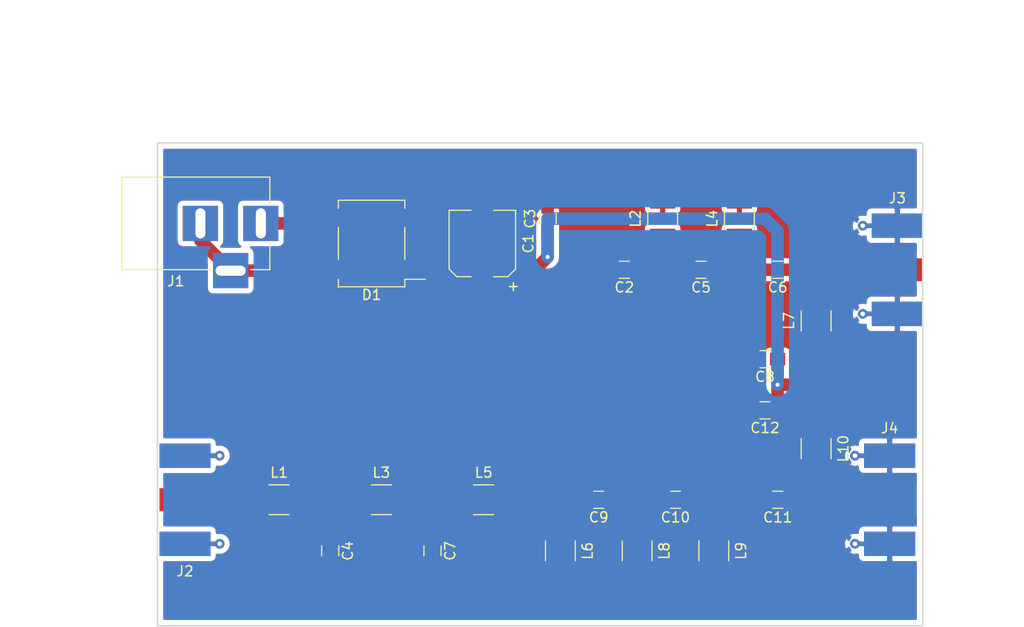
<source format=kicad_pcb>
(kicad_pcb (version 20171130) (host pcbnew "(6.0.0-rc1-dev)")

  (general
    (thickness 1.6)
    (drawings 7)
    (tracks 58)
    (zones 0)
    (modules 27)
    (nets 16)
  )

  (page A4)
  (layers
    (0 F.Cu signal)
    (31 B.Cu signal)
    (32 B.Adhes user)
    (33 F.Adhes user)
    (34 B.Paste user)
    (35 F.Paste user)
    (36 B.SilkS user)
    (37 F.SilkS user)
    (38 B.Mask user)
    (39 F.Mask user)
    (40 Dwgs.User user)
    (41 Cmts.User user)
    (42 Eco1.User user)
    (43 Eco2.User user)
    (44 Edge.Cuts user)
    (45 Margin user)
    (46 B.CrtYd user)
    (47 F.CrtYd user)
    (48 B.Fab user)
    (49 F.Fab user)
  )

  (setup
    (last_trace_width 1.25)
    (user_trace_width 1)
    (user_trace_width 1.25)
    (user_trace_width 1.5)
    (trace_clearance 0.2)
    (zone_clearance 0.508)
    (zone_45_only no)
    (trace_min 0.2)
    (segment_width 0.2)
    (edge_width 0.15)
    (via_size 0.8)
    (via_drill 0.4)
    (via_min_size 0.4)
    (via_min_drill 0.3)
    (uvia_size 0.3)
    (uvia_drill 0.1)
    (uvias_allowed no)
    (uvia_min_size 0.2)
    (uvia_min_drill 0.1)
    (pcb_text_width 0.3)
    (pcb_text_size 1.5 1.5)
    (mod_edge_width 0.15)
    (mod_text_size 1 1)
    (mod_text_width 0.15)
    (pad_size 1.524 1.524)
    (pad_drill 0.762)
    (pad_to_mask_clearance 0.2)
    (aux_axis_origin 0 0)
    (visible_elements FFFFFF7F)
    (pcbplotparams
      (layerselection 0x010fc_ffffffff)
      (usegerberextensions false)
      (usegerberattributes false)
      (usegerberadvancedattributes false)
      (creategerberjobfile false)
      (excludeedgelayer true)
      (linewidth 0.100000)
      (plotframeref false)
      (viasonmask false)
      (mode 1)
      (useauxorigin false)
      (hpglpennumber 1)
      (hpglpenspeed 20)
      (hpglpendiameter 15.000000)
      (psnegative false)
      (psa4output false)
      (plotreference true)
      (plotvalue true)
      (plotinvisibletext false)
      (padsonsilk false)
      (subtractmaskfromsilk false)
      (outputformat 1)
      (mirror false)
      (drillshape 1)
      (scaleselection 1)
      (outputdirectory ""))
  )

  (net 0 "")
  (net 1 VCC)
  (net 2 GND)
  (net 3 "Net-(C2-Pad2)")
  (net 4 "Net-(C2-Pad1)")
  (net 5 "Net-(C4-Pad1)")
  (net 6 "Net-(C5-Pad1)")
  (net 7 "Net-(C6-Pad1)")
  (net 8 "Net-(C7-Pad1)")
  (net 9 "Net-(C10-Pad2)")
  (net 10 "Net-(C9-Pad2)")
  (net 11 "Net-(C10-Pad1)")
  (net 12 "Net-(C11-Pad1)")
  (net 13 "Net-(D1-Pad3)")
  (net 14 "Net-(D1-Pad4)")
  (net 15 "Net-(J2-Pad2)")

  (net_class Default "This is the default net class."
    (clearance 0.2)
    (trace_width 0.25)
    (via_dia 0.8)
    (via_drill 0.4)
    (uvia_dia 0.3)
    (uvia_drill 0.1)
    (add_net GND)
    (add_net "Net-(C10-Pad1)")
    (add_net "Net-(C10-Pad2)")
    (add_net "Net-(C11-Pad1)")
    (add_net "Net-(C2-Pad1)")
    (add_net "Net-(C2-Pad2)")
    (add_net "Net-(C4-Pad1)")
    (add_net "Net-(C5-Pad1)")
    (add_net "Net-(C6-Pad1)")
    (add_net "Net-(C7-Pad1)")
    (add_net "Net-(C9-Pad2)")
    (add_net "Net-(D1-Pad3)")
    (add_net "Net-(D1-Pad4)")
    (add_net "Net-(J2-Pad2)")
    (add_net VCC)
  )

  (module Capacitors_SMD:CP_Elec_6.3x5.3 (layer F.Cu) (tedit 58AA8B2D) (tstamp 5B645AF9)
    (at 152.27 52 90)
    (descr "SMT capacitor, aluminium electrolytic, 6.3x5.3")
    (path /5B5CF05F)
    (attr smd)
    (fp_text reference C1 (at 0 4.56 90) (layer F.SilkS)
      (effects (font (size 1 1) (thickness 0.15)))
    )
    (fp_text value 47uF (at 0 -4.56 90) (layer F.Fab)
      (effects (font (size 1 1) (thickness 0.15)))
    )
    (fp_circle (center 0 0) (end 0.6 3) (layer F.Fab) (width 0.1))
    (fp_text user + (at -1.75 -0.08 90) (layer F.Fab)
      (effects (font (size 1 1) (thickness 0.15)))
    )
    (fp_text user + (at -4.28 3.01 90) (layer F.SilkS)
      (effects (font (size 1 1) (thickness 0.15)))
    )
    (fp_text user %R (at 0 4.56 90) (layer F.Fab)
      (effects (font (size 1 1) (thickness 0.15)))
    )
    (fp_line (start 3.15 3.15) (end 3.15 -3.15) (layer F.Fab) (width 0.1))
    (fp_line (start -2.48 3.15) (end 3.15 3.15) (layer F.Fab) (width 0.1))
    (fp_line (start -3.15 2.48) (end -2.48 3.15) (layer F.Fab) (width 0.1))
    (fp_line (start -3.15 -2.48) (end -3.15 2.48) (layer F.Fab) (width 0.1))
    (fp_line (start -2.48 -3.15) (end -3.15 -2.48) (layer F.Fab) (width 0.1))
    (fp_line (start 3.15 -3.15) (end -2.48 -3.15) (layer F.Fab) (width 0.1))
    (fp_line (start 3.3 3.3) (end 3.3 1.12) (layer F.SilkS) (width 0.12))
    (fp_line (start 3.3 -3.3) (end 3.3 -1.12) (layer F.SilkS) (width 0.12))
    (fp_line (start -3.3 2.54) (end -3.3 1.12) (layer F.SilkS) (width 0.12))
    (fp_line (start -3.3 -2.54) (end -3.3 -1.12) (layer F.SilkS) (width 0.12))
    (fp_line (start 3.3 3.3) (end -2.54 3.3) (layer F.SilkS) (width 0.12))
    (fp_line (start -2.54 3.3) (end -3.3 2.54) (layer F.SilkS) (width 0.12))
    (fp_line (start -3.3 -2.54) (end -2.54 -3.3) (layer F.SilkS) (width 0.12))
    (fp_line (start -2.54 -3.3) (end 3.3 -3.3) (layer F.SilkS) (width 0.12))
    (fp_line (start -4.7 -3.4) (end 4.7 -3.4) (layer F.CrtYd) (width 0.05))
    (fp_line (start -4.7 -3.4) (end -4.7 3.4) (layer F.CrtYd) (width 0.05))
    (fp_line (start 4.7 3.4) (end 4.7 -3.4) (layer F.CrtYd) (width 0.05))
    (fp_line (start 4.7 3.4) (end -4.7 3.4) (layer F.CrtYd) (width 0.05))
    (pad 1 smd rect (at -2.7 0 270) (size 3.5 1.6) (layers F.Cu F.Paste F.Mask)
      (net 1 VCC))
    (pad 2 smd rect (at 2.7 0 270) (size 3.5 1.6) (layers F.Cu F.Paste F.Mask)
      (net 2 GND))
    (model Capacitors_SMD.3dshapes/CP_Elec_6.3x5.3.wrl
      (at (xyz 0 0 0))
      (scale (xyz 1 1 1))
      (rotate (xyz 0 0 180))
    )
  )

  (module Capacitors_SMD:C_0805_HandSoldering (layer F.Cu) (tedit 58AA84A8) (tstamp 5B645B0A)
    (at 166.37 54.61 180)
    (descr "Capacitor SMD 0805, hand soldering")
    (tags "capacitor 0805")
    (path /5B5A10F8)
    (attr smd)
    (fp_text reference C2 (at 0 -1.75 180) (layer F.SilkS)
      (effects (font (size 1 1) (thickness 0.15)))
    )
    (fp_text value 4.7pF (at 0 1.75 180) (layer F.Fab)
      (effects (font (size 1 1) (thickness 0.15)))
    )
    (fp_line (start 2.25 0.87) (end -2.25 0.87) (layer F.CrtYd) (width 0.05))
    (fp_line (start 2.25 0.87) (end 2.25 -0.88) (layer F.CrtYd) (width 0.05))
    (fp_line (start -2.25 -0.88) (end -2.25 0.87) (layer F.CrtYd) (width 0.05))
    (fp_line (start -2.25 -0.88) (end 2.25 -0.88) (layer F.CrtYd) (width 0.05))
    (fp_line (start -0.5 0.85) (end 0.5 0.85) (layer F.SilkS) (width 0.12))
    (fp_line (start 0.5 -0.85) (end -0.5 -0.85) (layer F.SilkS) (width 0.12))
    (fp_line (start -1 -0.62) (end 1 -0.62) (layer F.Fab) (width 0.1))
    (fp_line (start 1 -0.62) (end 1 0.62) (layer F.Fab) (width 0.1))
    (fp_line (start 1 0.62) (end -1 0.62) (layer F.Fab) (width 0.1))
    (fp_line (start -1 0.62) (end -1 -0.62) (layer F.Fab) (width 0.1))
    (fp_text user %R (at 0 -1.75 180) (layer F.Fab)
      (effects (font (size 1 1) (thickness 0.15)))
    )
    (pad 2 smd rect (at 1.25 0 180) (size 1.5 1.25) (layers F.Cu F.Paste F.Mask)
      (net 3 "Net-(C2-Pad2)"))
    (pad 1 smd rect (at -1.25 0 180) (size 1.5 1.25) (layers F.Cu F.Paste F.Mask)
      (net 4 "Net-(C2-Pad1)"))
    (model Capacitors_SMD.3dshapes/C_0805.wrl
      (at (xyz 0 0 0))
      (scale (xyz 1 1 1))
      (rotate (xyz 0 0 0))
    )
  )

  (module Capacitors_SMD:C_0805_HandSoldering (layer F.Cu) (tedit 58AA84A8) (tstamp 5B645B1B)
    (at 158.75 49.53 90)
    (descr "Capacitor SMD 0805, hand soldering")
    (tags "capacitor 0805")
    (path /5B5BBC94)
    (attr smd)
    (fp_text reference C3 (at 0 -1.75 90) (layer F.SilkS)
      (effects (font (size 1 1) (thickness 0.15)))
    )
    (fp_text value 100nF (at 0 1.75 90) (layer F.Fab)
      (effects (font (size 1 1) (thickness 0.15)))
    )
    (fp_text user %R (at 0 -1.75 90) (layer F.Fab)
      (effects (font (size 1 1) (thickness 0.15)))
    )
    (fp_line (start -1 0.62) (end -1 -0.62) (layer F.Fab) (width 0.1))
    (fp_line (start 1 0.62) (end -1 0.62) (layer F.Fab) (width 0.1))
    (fp_line (start 1 -0.62) (end 1 0.62) (layer F.Fab) (width 0.1))
    (fp_line (start -1 -0.62) (end 1 -0.62) (layer F.Fab) (width 0.1))
    (fp_line (start 0.5 -0.85) (end -0.5 -0.85) (layer F.SilkS) (width 0.12))
    (fp_line (start -0.5 0.85) (end 0.5 0.85) (layer F.SilkS) (width 0.12))
    (fp_line (start -2.25 -0.88) (end 2.25 -0.88) (layer F.CrtYd) (width 0.05))
    (fp_line (start -2.25 -0.88) (end -2.25 0.87) (layer F.CrtYd) (width 0.05))
    (fp_line (start 2.25 0.87) (end 2.25 -0.88) (layer F.CrtYd) (width 0.05))
    (fp_line (start 2.25 0.87) (end -2.25 0.87) (layer F.CrtYd) (width 0.05))
    (pad 1 smd rect (at -1.25 0 90) (size 1.5 1.25) (layers F.Cu F.Paste F.Mask)
      (net 1 VCC))
    (pad 2 smd rect (at 1.25 0 90) (size 1.5 1.25) (layers F.Cu F.Paste F.Mask)
      (net 2 GND))
    (model Capacitors_SMD.3dshapes/C_0805.wrl
      (at (xyz 0 0 0))
      (scale (xyz 1 1 1))
      (rotate (xyz 0 0 0))
    )
  )

  (module Capacitors_SMD:C_0805_HandSoldering (layer F.Cu) (tedit 58AA84A8) (tstamp 5B645B2C)
    (at 137.16 82.55 270)
    (descr "Capacitor SMD 0805, hand soldering")
    (tags "capacitor 0805")
    (path /5B5A2064)
    (attr smd)
    (fp_text reference C4 (at 0 -1.75 270) (layer F.SilkS)
      (effects (font (size 1 1) (thickness 0.15)))
    )
    (fp_text value 18pF (at 0 1.75 270) (layer F.Fab)
      (effects (font (size 1 1) (thickness 0.15)))
    )
    (fp_text user %R (at 0 -1.75 270) (layer F.Fab)
      (effects (font (size 1 1) (thickness 0.15)))
    )
    (fp_line (start -1 0.62) (end -1 -0.62) (layer F.Fab) (width 0.1))
    (fp_line (start 1 0.62) (end -1 0.62) (layer F.Fab) (width 0.1))
    (fp_line (start 1 -0.62) (end 1 0.62) (layer F.Fab) (width 0.1))
    (fp_line (start -1 -0.62) (end 1 -0.62) (layer F.Fab) (width 0.1))
    (fp_line (start 0.5 -0.85) (end -0.5 -0.85) (layer F.SilkS) (width 0.12))
    (fp_line (start -0.5 0.85) (end 0.5 0.85) (layer F.SilkS) (width 0.12))
    (fp_line (start -2.25 -0.88) (end 2.25 -0.88) (layer F.CrtYd) (width 0.05))
    (fp_line (start -2.25 -0.88) (end -2.25 0.87) (layer F.CrtYd) (width 0.05))
    (fp_line (start 2.25 0.87) (end 2.25 -0.88) (layer F.CrtYd) (width 0.05))
    (fp_line (start 2.25 0.87) (end -2.25 0.87) (layer F.CrtYd) (width 0.05))
    (pad 1 smd rect (at -1.25 0 270) (size 1.5 1.25) (layers F.Cu F.Paste F.Mask)
      (net 5 "Net-(C4-Pad1)"))
    (pad 2 smd rect (at 1.25 0 270) (size 1.5 1.25) (layers F.Cu F.Paste F.Mask)
      (net 2 GND))
    (model Capacitors_SMD.3dshapes/C_0805.wrl
      (at (xyz 0 0 0))
      (scale (xyz 1 1 1))
      (rotate (xyz 0 0 0))
    )
  )

  (module Capacitors_SMD:C_0805_HandSoldering (layer F.Cu) (tedit 58AA84A8) (tstamp 5B645B3D)
    (at 173.99 54.61 180)
    (descr "Capacitor SMD 0805, hand soldering")
    (tags "capacitor 0805")
    (path /5B5A115F)
    (attr smd)
    (fp_text reference C5 (at 0 -1.75 180) (layer F.SilkS)
      (effects (font (size 1 1) (thickness 0.15)))
    )
    (fp_text value 2.7pF (at 0 1.75 180) (layer F.Fab)
      (effects (font (size 1 1) (thickness 0.15)))
    )
    (fp_text user %R (at 0 -1.75 180) (layer F.Fab)
      (effects (font (size 1 1) (thickness 0.15)))
    )
    (fp_line (start -1 0.62) (end -1 -0.62) (layer F.Fab) (width 0.1))
    (fp_line (start 1 0.62) (end -1 0.62) (layer F.Fab) (width 0.1))
    (fp_line (start 1 -0.62) (end 1 0.62) (layer F.Fab) (width 0.1))
    (fp_line (start -1 -0.62) (end 1 -0.62) (layer F.Fab) (width 0.1))
    (fp_line (start 0.5 -0.85) (end -0.5 -0.85) (layer F.SilkS) (width 0.12))
    (fp_line (start -0.5 0.85) (end 0.5 0.85) (layer F.SilkS) (width 0.12))
    (fp_line (start -2.25 -0.88) (end 2.25 -0.88) (layer F.CrtYd) (width 0.05))
    (fp_line (start -2.25 -0.88) (end -2.25 0.87) (layer F.CrtYd) (width 0.05))
    (fp_line (start 2.25 0.87) (end 2.25 -0.88) (layer F.CrtYd) (width 0.05))
    (fp_line (start 2.25 0.87) (end -2.25 0.87) (layer F.CrtYd) (width 0.05))
    (pad 1 smd rect (at -1.25 0 180) (size 1.5 1.25) (layers F.Cu F.Paste F.Mask)
      (net 6 "Net-(C5-Pad1)"))
    (pad 2 smd rect (at 1.25 0 180) (size 1.5 1.25) (layers F.Cu F.Paste F.Mask)
      (net 4 "Net-(C2-Pad1)"))
    (model Capacitors_SMD.3dshapes/C_0805.wrl
      (at (xyz 0 0 0))
      (scale (xyz 1 1 1))
      (rotate (xyz 0 0 0))
    )
  )

  (module Capacitors_SMD:C_0805_HandSoldering (layer F.Cu) (tedit 58AA84A8) (tstamp 5B645B4E)
    (at 181.61 54.61 180)
    (descr "Capacitor SMD 0805, hand soldering")
    (tags "capacitor 0805")
    (path /5B5A11B7)
    (attr smd)
    (fp_text reference C6 (at 0 -1.75 180) (layer F.SilkS)
      (effects (font (size 1 1) (thickness 0.15)))
    )
    (fp_text value 4.7pF (at 0 1.75 180) (layer F.Fab)
      (effects (font (size 1 1) (thickness 0.15)))
    )
    (fp_line (start 2.25 0.87) (end -2.25 0.87) (layer F.CrtYd) (width 0.05))
    (fp_line (start 2.25 0.87) (end 2.25 -0.88) (layer F.CrtYd) (width 0.05))
    (fp_line (start -2.25 -0.88) (end -2.25 0.87) (layer F.CrtYd) (width 0.05))
    (fp_line (start -2.25 -0.88) (end 2.25 -0.88) (layer F.CrtYd) (width 0.05))
    (fp_line (start -0.5 0.85) (end 0.5 0.85) (layer F.SilkS) (width 0.12))
    (fp_line (start 0.5 -0.85) (end -0.5 -0.85) (layer F.SilkS) (width 0.12))
    (fp_line (start -1 -0.62) (end 1 -0.62) (layer F.Fab) (width 0.1))
    (fp_line (start 1 -0.62) (end 1 0.62) (layer F.Fab) (width 0.1))
    (fp_line (start 1 0.62) (end -1 0.62) (layer F.Fab) (width 0.1))
    (fp_line (start -1 0.62) (end -1 -0.62) (layer F.Fab) (width 0.1))
    (fp_text user %R (at 0 -1.75 180) (layer F.Fab)
      (effects (font (size 1 1) (thickness 0.15)))
    )
    (pad 2 smd rect (at 1.25 0 180) (size 1.5 1.25) (layers F.Cu F.Paste F.Mask)
      (net 6 "Net-(C5-Pad1)"))
    (pad 1 smd rect (at -1.25 0 180) (size 1.5 1.25) (layers F.Cu F.Paste F.Mask)
      (net 7 "Net-(C6-Pad1)"))
    (model Capacitors_SMD.3dshapes/C_0805.wrl
      (at (xyz 0 0 0))
      (scale (xyz 1 1 1))
      (rotate (xyz 0 0 0))
    )
  )

  (module Capacitors_SMD:C_0805_HandSoldering (layer F.Cu) (tedit 58AA84A8) (tstamp 5B645B5F)
    (at 147.32 82.55 270)
    (descr "Capacitor SMD 0805, hand soldering")
    (tags "capacitor 0805")
    (path /5B5A20F9)
    (attr smd)
    (fp_text reference C7 (at 0 -1.75 270) (layer F.SilkS)
      (effects (font (size 1 1) (thickness 0.15)))
    )
    (fp_text value 18pF (at 0 1.75 270) (layer F.Fab)
      (effects (font (size 1 1) (thickness 0.15)))
    )
    (fp_line (start 2.25 0.87) (end -2.25 0.87) (layer F.CrtYd) (width 0.05))
    (fp_line (start 2.25 0.87) (end 2.25 -0.88) (layer F.CrtYd) (width 0.05))
    (fp_line (start -2.25 -0.88) (end -2.25 0.87) (layer F.CrtYd) (width 0.05))
    (fp_line (start -2.25 -0.88) (end 2.25 -0.88) (layer F.CrtYd) (width 0.05))
    (fp_line (start -0.5 0.85) (end 0.5 0.85) (layer F.SilkS) (width 0.12))
    (fp_line (start 0.5 -0.85) (end -0.5 -0.85) (layer F.SilkS) (width 0.12))
    (fp_line (start -1 -0.62) (end 1 -0.62) (layer F.Fab) (width 0.1))
    (fp_line (start 1 -0.62) (end 1 0.62) (layer F.Fab) (width 0.1))
    (fp_line (start 1 0.62) (end -1 0.62) (layer F.Fab) (width 0.1))
    (fp_line (start -1 0.62) (end -1 -0.62) (layer F.Fab) (width 0.1))
    (fp_text user %R (at 0 -1.75 270) (layer F.Fab)
      (effects (font (size 1 1) (thickness 0.15)))
    )
    (pad 2 smd rect (at 1.25 0 270) (size 1.5 1.25) (layers F.Cu F.Paste F.Mask)
      (net 2 GND))
    (pad 1 smd rect (at -1.25 0 270) (size 1.5 1.25) (layers F.Cu F.Paste F.Mask)
      (net 8 "Net-(C7-Pad1)"))
    (model Capacitors_SMD.3dshapes/C_0805.wrl
      (at (xyz 0 0 0))
      (scale (xyz 1 1 1))
      (rotate (xyz 0 0 0))
    )
  )

  (module Capacitors_SMD:C_0805_HandSoldering (layer F.Cu) (tedit 58AA84A8) (tstamp 5B645B70)
    (at 180.34 63.5 180)
    (descr "Capacitor SMD 0805, hand soldering")
    (tags "capacitor 0805")
    (path /5B5AB8F2)
    (attr smd)
    (fp_text reference C8 (at 0 -1.75 180) (layer F.SilkS)
      (effects (font (size 1 1) (thickness 0.15)))
    )
    (fp_text value 10nF (at 0 1.75 180) (layer F.Fab)
      (effects (font (size 1 1) (thickness 0.15)))
    )
    (fp_text user %R (at 0 -1.75 180) (layer F.Fab)
      (effects (font (size 1 1) (thickness 0.15)))
    )
    (fp_line (start -1 0.62) (end -1 -0.62) (layer F.Fab) (width 0.1))
    (fp_line (start 1 0.62) (end -1 0.62) (layer F.Fab) (width 0.1))
    (fp_line (start 1 -0.62) (end 1 0.62) (layer F.Fab) (width 0.1))
    (fp_line (start -1 -0.62) (end 1 -0.62) (layer F.Fab) (width 0.1))
    (fp_line (start 0.5 -0.85) (end -0.5 -0.85) (layer F.SilkS) (width 0.12))
    (fp_line (start -0.5 0.85) (end 0.5 0.85) (layer F.SilkS) (width 0.12))
    (fp_line (start -2.25 -0.88) (end 2.25 -0.88) (layer F.CrtYd) (width 0.05))
    (fp_line (start -2.25 -0.88) (end -2.25 0.87) (layer F.CrtYd) (width 0.05))
    (fp_line (start 2.25 0.87) (end 2.25 -0.88) (layer F.CrtYd) (width 0.05))
    (fp_line (start 2.25 0.87) (end -2.25 0.87) (layer F.CrtYd) (width 0.05))
    (pad 1 smd rect (at -1.25 0 180) (size 1.5 1.25) (layers F.Cu F.Paste F.Mask)
      (net 1 VCC))
    (pad 2 smd rect (at 1.25 0 180) (size 1.5 1.25) (layers F.Cu F.Paste F.Mask)
      (net 2 GND))
    (model Capacitors_SMD.3dshapes/C_0805.wrl
      (at (xyz 0 0 0))
      (scale (xyz 1 1 1))
      (rotate (xyz 0 0 0))
    )
  )

  (module Capacitors_SMD:C_0805_HandSoldering (layer F.Cu) (tedit 58AA84A8) (tstamp 5B645B81)
    (at 163.83 77.47 180)
    (descr "Capacitor SMD 0805, hand soldering")
    (tags "capacitor 0805")
    (path /5B5A44DC)
    (attr smd)
    (fp_text reference C9 (at 0 -1.75 180) (layer F.SilkS)
      (effects (font (size 1 1) (thickness 0.15)))
    )
    (fp_text value 27pF (at 0 1.75 180) (layer F.Fab)
      (effects (font (size 1 1) (thickness 0.15)))
    )
    (fp_text user %R (at 0 -1.75 180) (layer F.Fab)
      (effects (font (size 1 1) (thickness 0.15)))
    )
    (fp_line (start -1 0.62) (end -1 -0.62) (layer F.Fab) (width 0.1))
    (fp_line (start 1 0.62) (end -1 0.62) (layer F.Fab) (width 0.1))
    (fp_line (start 1 -0.62) (end 1 0.62) (layer F.Fab) (width 0.1))
    (fp_line (start -1 -0.62) (end 1 -0.62) (layer F.Fab) (width 0.1))
    (fp_line (start 0.5 -0.85) (end -0.5 -0.85) (layer F.SilkS) (width 0.12))
    (fp_line (start -0.5 0.85) (end 0.5 0.85) (layer F.SilkS) (width 0.12))
    (fp_line (start -2.25 -0.88) (end 2.25 -0.88) (layer F.CrtYd) (width 0.05))
    (fp_line (start -2.25 -0.88) (end -2.25 0.87) (layer F.CrtYd) (width 0.05))
    (fp_line (start 2.25 0.87) (end 2.25 -0.88) (layer F.CrtYd) (width 0.05))
    (fp_line (start 2.25 0.87) (end -2.25 0.87) (layer F.CrtYd) (width 0.05))
    (pad 1 smd rect (at -1.25 0 180) (size 1.5 1.25) (layers F.Cu F.Paste F.Mask)
      (net 9 "Net-(C10-Pad2)"))
    (pad 2 smd rect (at 1.25 0 180) (size 1.5 1.25) (layers F.Cu F.Paste F.Mask)
      (net 10 "Net-(C9-Pad2)"))
    (model Capacitors_SMD.3dshapes/C_0805.wrl
      (at (xyz 0 0 0))
      (scale (xyz 1 1 1))
      (rotate (xyz 0 0 0))
    )
  )

  (module Capacitors_SMD:C_0805_HandSoldering (layer F.Cu) (tedit 58AA84A8) (tstamp 5B645B92)
    (at 171.45 77.47 180)
    (descr "Capacitor SMD 0805, hand soldering")
    (tags "capacitor 0805")
    (path /5B5A44E2)
    (attr smd)
    (fp_text reference C10 (at 0 -1.75 180) (layer F.SilkS)
      (effects (font (size 1 1) (thickness 0.15)))
    )
    (fp_text value 27pF (at 0 1.75 180) (layer F.Fab)
      (effects (font (size 1 1) (thickness 0.15)))
    )
    (fp_line (start 2.25 0.87) (end -2.25 0.87) (layer F.CrtYd) (width 0.05))
    (fp_line (start 2.25 0.87) (end 2.25 -0.88) (layer F.CrtYd) (width 0.05))
    (fp_line (start -2.25 -0.88) (end -2.25 0.87) (layer F.CrtYd) (width 0.05))
    (fp_line (start -2.25 -0.88) (end 2.25 -0.88) (layer F.CrtYd) (width 0.05))
    (fp_line (start -0.5 0.85) (end 0.5 0.85) (layer F.SilkS) (width 0.12))
    (fp_line (start 0.5 -0.85) (end -0.5 -0.85) (layer F.SilkS) (width 0.12))
    (fp_line (start -1 -0.62) (end 1 -0.62) (layer F.Fab) (width 0.1))
    (fp_line (start 1 -0.62) (end 1 0.62) (layer F.Fab) (width 0.1))
    (fp_line (start 1 0.62) (end -1 0.62) (layer F.Fab) (width 0.1))
    (fp_line (start -1 0.62) (end -1 -0.62) (layer F.Fab) (width 0.1))
    (fp_text user %R (at 0 -1.75 180) (layer F.Fab)
      (effects (font (size 1 1) (thickness 0.15)))
    )
    (pad 2 smd rect (at 1.25 0 180) (size 1.5 1.25) (layers F.Cu F.Paste F.Mask)
      (net 9 "Net-(C10-Pad2)"))
    (pad 1 smd rect (at -1.25 0 180) (size 1.5 1.25) (layers F.Cu F.Paste F.Mask)
      (net 11 "Net-(C10-Pad1)"))
    (model Capacitors_SMD.3dshapes/C_0805.wrl
      (at (xyz 0 0 0))
      (scale (xyz 1 1 1))
      (rotate (xyz 0 0 0))
    )
  )

  (module Capacitors_SMD:C_0805_HandSoldering (layer F.Cu) (tedit 58AA84A8) (tstamp 5B645BA3)
    (at 181.61 77.47 180)
    (descr "Capacitor SMD 0805, hand soldering")
    (tags "capacitor 0805")
    (path /5B5B0B59)
    (attr smd)
    (fp_text reference C11 (at 0 -1.75 180) (layer F.SilkS)
      (effects (font (size 1 1) (thickness 0.15)))
    )
    (fp_text value 1nF (at 0 1.75 180) (layer F.Fab)
      (effects (font (size 1 1) (thickness 0.15)))
    )
    (fp_line (start 2.25 0.87) (end -2.25 0.87) (layer F.CrtYd) (width 0.05))
    (fp_line (start 2.25 0.87) (end 2.25 -0.88) (layer F.CrtYd) (width 0.05))
    (fp_line (start -2.25 -0.88) (end -2.25 0.87) (layer F.CrtYd) (width 0.05))
    (fp_line (start -2.25 -0.88) (end 2.25 -0.88) (layer F.CrtYd) (width 0.05))
    (fp_line (start -0.5 0.85) (end 0.5 0.85) (layer F.SilkS) (width 0.12))
    (fp_line (start 0.5 -0.85) (end -0.5 -0.85) (layer F.SilkS) (width 0.12))
    (fp_line (start -1 -0.62) (end 1 -0.62) (layer F.Fab) (width 0.1))
    (fp_line (start 1 -0.62) (end 1 0.62) (layer F.Fab) (width 0.1))
    (fp_line (start 1 0.62) (end -1 0.62) (layer F.Fab) (width 0.1))
    (fp_line (start -1 0.62) (end -1 -0.62) (layer F.Fab) (width 0.1))
    (fp_text user %R (at 0 -1.75 180) (layer F.Fab)
      (effects (font (size 1 1) (thickness 0.15)))
    )
    (pad 2 smd rect (at 1.25 0 180) (size 1.5 1.25) (layers F.Cu F.Paste F.Mask)
      (net 11 "Net-(C10-Pad1)"))
    (pad 1 smd rect (at -1.25 0 180) (size 1.5 1.25) (layers F.Cu F.Paste F.Mask)
      (net 12 "Net-(C11-Pad1)"))
    (model Capacitors_SMD.3dshapes/C_0805.wrl
      (at (xyz 0 0 0))
      (scale (xyz 1 1 1))
      (rotate (xyz 0 0 0))
    )
  )

  (module Capacitors_SMD:C_0805_HandSoldering (layer F.Cu) (tedit 58AA84A8) (tstamp 5B645BB4)
    (at 180.34 68.58 180)
    (descr "Capacitor SMD 0805, hand soldering")
    (tags "capacitor 0805")
    (path /5B5B0104)
    (attr smd)
    (fp_text reference C12 (at 0 -1.75 180) (layer F.SilkS)
      (effects (font (size 1 1) (thickness 0.15)))
    )
    (fp_text value 10nF (at 0 1.75 180) (layer F.Fab)
      (effects (font (size 1 1) (thickness 0.15)))
    )
    (fp_text user %R (at 0 -1.75 180) (layer F.Fab)
      (effects (font (size 1 1) (thickness 0.15)))
    )
    (fp_line (start -1 0.62) (end -1 -0.62) (layer F.Fab) (width 0.1))
    (fp_line (start 1 0.62) (end -1 0.62) (layer F.Fab) (width 0.1))
    (fp_line (start 1 -0.62) (end 1 0.62) (layer F.Fab) (width 0.1))
    (fp_line (start -1 -0.62) (end 1 -0.62) (layer F.Fab) (width 0.1))
    (fp_line (start 0.5 -0.85) (end -0.5 -0.85) (layer F.SilkS) (width 0.12))
    (fp_line (start -0.5 0.85) (end 0.5 0.85) (layer F.SilkS) (width 0.12))
    (fp_line (start -2.25 -0.88) (end 2.25 -0.88) (layer F.CrtYd) (width 0.05))
    (fp_line (start -2.25 -0.88) (end -2.25 0.87) (layer F.CrtYd) (width 0.05))
    (fp_line (start 2.25 0.87) (end 2.25 -0.88) (layer F.CrtYd) (width 0.05))
    (fp_line (start 2.25 0.87) (end -2.25 0.87) (layer F.CrtYd) (width 0.05))
    (pad 1 smd rect (at -1.25 0 180) (size 1.5 1.25) (layers F.Cu F.Paste F.Mask)
      (net 1 VCC))
    (pad 2 smd rect (at 1.25 0 180) (size 1.5 1.25) (layers F.Cu F.Paste F.Mask)
      (net 2 GND))
    (model Capacitors_SMD.3dshapes/C_0805.wrl
      (at (xyz 0 0 0))
      (scale (xyz 1 1 1))
      (rotate (xyz 0 0 0))
    )
  )

  (module Diodes_SMD:Diode_Bridge_DFS (layer F.Cu) (tedit 59362E4E) (tstamp 5B64653B)
    (at 141.27 52 180)
    (descr "SMD diode bridge DFS, see http://www.vishay.com/docs/88854/padlayouts.pdf")
    (tags DFS)
    (path /5B5B67EB)
    (attr smd)
    (fp_text reference D1 (at 0 -5.1 180) (layer F.SilkS)
      (effects (font (size 1 1) (thickness 0.15)))
    )
    (fp_text value D_Bridge_+-AA (at 0 5.2 180) (layer F.Fab)
      (effects (font (size 1 1) (thickness 0.15)))
    )
    (fp_line (start 3.302 -4.318) (end 3.302 -4.318) (layer F.SilkS) (width 0.12))
    (fp_line (start 3.302 -3.556) (end 3.302 -4.318) (layer F.SilkS) (width 0.12))
    (fp_line (start -5.334 -3.556) (end -5.334 -3.556) (layer F.SilkS) (width 0.12))
    (fp_line (start -3.302 -3.556) (end -5.334 -3.556) (layer F.SilkS) (width 0.12))
    (fp_line (start -3.302 -4.318) (end -3.302 -3.556) (layer F.SilkS) (width 0.12))
    (fp_text user %R (at 0 -0.065 180) (layer F.Fab)
      (effects (font (size 1 1) (thickness 0.15)))
    )
    (fp_line (start -3.3 3.5) (end -3.3 4.3) (layer F.SilkS) (width 0.12))
    (fp_line (start -3.3 4.3) (end 3.3 4.3) (layer F.SilkS) (width 0.12))
    (fp_line (start 3.3 4.3) (end 3.3 3.5) (layer F.SilkS) (width 0.12))
    (fp_line (start -3.3 -1.6) (end -3.3 1.6) (layer F.SilkS) (width 0.12))
    (fp_line (start 3.3 -1.6) (end 3.3 1.6) (layer F.SilkS) (width 0.12))
    (fp_line (start -3.3 -4.3) (end 3.3 -4.3) (layer F.SilkS) (width 0.12))
    (fp_line (start 3.2 -4.2) (end 3.2 4.2) (layer F.Fab) (width 0.12))
    (fp_line (start 3.2 4.2) (end -3.2 4.2) (layer F.Fab) (width 0.12))
    (fp_line (start -3.2 4.2) (end -3.2 -3.3) (layer F.Fab) (width 0.12))
    (fp_line (start -3.2 -3.3) (end -2.3 -4.2) (layer F.Fab) (width 0.12))
    (fp_line (start -2.3 -4.2) (end 3.2 -4.2) (layer F.Fab) (width 0.12))
    (fp_line (start -5.62 -4.45) (end 5.62 -4.45) (layer F.CrtYd) (width 0.05))
    (fp_line (start -5.62 -4.45) (end -5.62 4.45) (layer F.CrtYd) (width 0.05))
    (fp_line (start 5.62 4.45) (end 5.62 -4.45) (layer F.CrtYd) (width 0.05))
    (fp_line (start 5.62 4.45) (end -5.62 4.45) (layer F.CrtYd) (width 0.05))
    (pad 1 smd rect (at -4.37 -2.55 180) (size 2 1.5) (layers F.Cu F.Paste F.Mask)
      (net 1 VCC))
    (pad 2 smd rect (at -4.37 2.55 180) (size 2 1.5) (layers F.Cu F.Paste F.Mask)
      (net 2 GND))
    (pad 3 smd rect (at 4.37 2.55 180) (size 2 1.5) (layers F.Cu F.Paste F.Mask)
      (net 13 "Net-(D1-Pad3)"))
    (pad 4 smd rect (at 4.37 -2.55 180) (size 2 1.5) (layers F.Cu F.Paste F.Mask)
      (net 14 "Net-(D1-Pad4)"))
    (model ${KISYS3DMOD}/Diodes_SMD.3dshapes/Diode_Bridge_DFS.wrl
      (offset (xyz 0 0.01500000025472259 0))
      (scale (xyz 1 1 1))
      (rotate (xyz 0 0 0))
    )
  )

  (module Connectors:BARREL_JACK (layer F.Cu) (tedit 5861378E) (tstamp 5B645BF0)
    (at 130.27 50)
    (descr "DC Barrel Jack")
    (tags "Power Jack")
    (path /5B5B4D98)
    (fp_text reference J1 (at -8.45 5.75 180) (layer F.SilkS)
      (effects (font (size 1 1) (thickness 0.15)))
    )
    (fp_text value Barrel_Jack (at -6.2 -5.5) (layer F.Fab)
      (effects (font (size 1 1) (thickness 0.15)))
    )
    (fp_line (start 1 -4.5) (end 1 -4.75) (layer F.CrtYd) (width 0.05))
    (fp_line (start 1 -4.75) (end -14 -4.75) (layer F.CrtYd) (width 0.05))
    (fp_line (start 1 -4.5) (end 1 -2) (layer F.CrtYd) (width 0.05))
    (fp_line (start 1 -2) (end 2 -2) (layer F.CrtYd) (width 0.05))
    (fp_line (start 2 -2) (end 2 2) (layer F.CrtYd) (width 0.05))
    (fp_line (start 2 2) (end 1 2) (layer F.CrtYd) (width 0.05))
    (fp_line (start 1 2) (end 1 4.75) (layer F.CrtYd) (width 0.05))
    (fp_line (start 1 4.75) (end -1 4.75) (layer F.CrtYd) (width 0.05))
    (fp_line (start -1 4.75) (end -1 6.75) (layer F.CrtYd) (width 0.05))
    (fp_line (start -1 6.75) (end -5 6.75) (layer F.CrtYd) (width 0.05))
    (fp_line (start -5 6.75) (end -5 4.75) (layer F.CrtYd) (width 0.05))
    (fp_line (start -5 4.75) (end -14 4.75) (layer F.CrtYd) (width 0.05))
    (fp_line (start -14 4.75) (end -14 -4.75) (layer F.CrtYd) (width 0.05))
    (fp_line (start -5 4.6) (end -13.8 4.6) (layer F.SilkS) (width 0.12))
    (fp_line (start -13.8 4.6) (end -13.8 -4.6) (layer F.SilkS) (width 0.12))
    (fp_line (start 0.9 1.9) (end 0.9 4.6) (layer F.SilkS) (width 0.12))
    (fp_line (start 0.9 4.6) (end -1 4.6) (layer F.SilkS) (width 0.12))
    (fp_line (start -13.8 -4.6) (end 0.9 -4.6) (layer F.SilkS) (width 0.12))
    (fp_line (start 0.9 -4.6) (end 0.9 -2) (layer F.SilkS) (width 0.12))
    (fp_line (start -10.2 -4.5) (end -10.2 4.5) (layer F.Fab) (width 0.1))
    (fp_line (start -13.7 -4.5) (end -13.7 4.5) (layer F.Fab) (width 0.1))
    (fp_line (start -13.7 4.5) (end 0.8 4.5) (layer F.Fab) (width 0.1))
    (fp_line (start 0.8 4.5) (end 0.8 -4.5) (layer F.Fab) (width 0.1))
    (fp_line (start 0.8 -4.5) (end -13.7 -4.5) (layer F.Fab) (width 0.1))
    (pad 1 thru_hole rect (at 0 0) (size 3.5 3.5) (drill oval 1 3) (layers *.Cu *.Mask)
      (net 13 "Net-(D1-Pad3)"))
    (pad 2 thru_hole rect (at -6 0) (size 3.5 3.5) (drill oval 1 3) (layers *.Cu *.Mask)
      (net 14 "Net-(D1-Pad4)"))
    (pad 3 thru_hole rect (at -3 4.7) (size 3.5 3.5) (drill oval 3 1) (layers *.Cu *.Mask)
      (net 14 "Net-(D1-Pad4)"))
  )

  (module Connectors_Molex:Molex_SMA_Jack_Edge_Mount (layer F.Cu) (tedit 587D2992) (tstamp 5B645C15)
    (at 124.46 77.47)
    (descr "Molex SMA Jack, Edge Mount, http://www.molex.com/pdm_docs/sd/732511150_sd.pdf")
    (tags "sma edge")
    (path /5B5A0E5F)
    (attr smd)
    (fp_text reference J2 (at -1.72 7.11) (layer F.SilkS)
      (effects (font (size 1 1) (thickness 0.15)))
    )
    (fp_text value Conn_Coaxial (at -1.72 -7.11) (layer F.Fab)
      (effects (font (size 1 1) (thickness 0.15)))
    )
    (fp_line (start -4.76 -0.38) (end 0.49 -0.38) (layer F.Fab) (width 0.1))
    (fp_line (start -4.76 0.38) (end 0.49 0.38) (layer F.Fab) (width 0.1))
    (fp_line (start 0.49 -0.38) (end 0.49 0.38) (layer F.Fab) (width 0.1))
    (fp_line (start 0.49 3.75) (end 0.49 4.76) (layer F.Fab) (width 0.1))
    (fp_line (start 0.49 -4.76) (end 0.49 -3.75) (layer F.Fab) (width 0.1))
    (fp_line (start -14.29 -6.09) (end -14.29 6.09) (layer F.CrtYd) (width 0.05))
    (fp_line (start -14.29 6.09) (end 2.71 6.09) (layer F.CrtYd) (width 0.05))
    (fp_line (start 2.71 -6.09) (end 2.71 6.09) (layer B.CrtYd) (width 0.05))
    (fp_line (start -14.29 -6.09) (end 2.71 -6.09) (layer B.CrtYd) (width 0.05))
    (fp_line (start -14.29 -6.09) (end -14.29 6.09) (layer B.CrtYd) (width 0.05))
    (fp_line (start -14.29 6.09) (end 2.71 6.09) (layer B.CrtYd) (width 0.05))
    (fp_line (start 2.71 -6.09) (end 2.71 6.09) (layer F.CrtYd) (width 0.05))
    (fp_line (start 2.71 -6.09) (end -14.29 -6.09) (layer F.CrtYd) (width 0.05))
    (fp_line (start -4.76 -3.75) (end 0.49 -3.75) (layer F.Fab) (width 0.1))
    (fp_line (start -4.76 3.75) (end 0.49 3.75) (layer F.Fab) (width 0.1))
    (fp_line (start -13.79 -2.65) (end -5.91 -2.65) (layer F.Fab) (width 0.1))
    (fp_line (start -13.79 -2.65) (end -13.79 2.65) (layer F.Fab) (width 0.1))
    (fp_line (start -13.79 2.65) (end -5.91 2.65) (layer F.Fab) (width 0.1))
    (fp_line (start -4.76 -3.75) (end -4.76 3.75) (layer F.Fab) (width 0.1))
    (fp_line (start 0.49 -4.76) (end -5.91 -4.76) (layer F.Fab) (width 0.1))
    (fp_line (start -5.91 -4.76) (end -5.91 4.76) (layer F.Fab) (width 0.1))
    (fp_line (start -5.91 4.76) (end 0.49 4.76) (layer F.Fab) (width 0.1))
    (pad 1 smd rect (at -1.72 0) (size 5.08 2.29) (layers F.Cu F.Paste F.Mask)
      (net 3 "Net-(C2-Pad2)"))
    (pad 2 smd rect (at -1.72 -4.38) (size 5.08 2.42) (layers F.Cu F.Paste F.Mask)
      (net 15 "Net-(J2-Pad2)"))
    (pad 2 smd rect (at -1.72 4.38) (size 5.08 2.42) (layers F.Cu F.Paste F.Mask)
      (net 15 "Net-(J2-Pad2)"))
    (pad 2 smd rect (at -1.72 -4.38) (size 5.08 2.42) (layers B.Cu B.Paste B.Mask)
      (net 15 "Net-(J2-Pad2)"))
    (pad 2 smd rect (at -1.72 4.38) (size 5.08 2.42) (layers B.Cu B.Paste B.Mask)
      (net 15 "Net-(J2-Pad2)"))
    (pad 2 thru_hole circle (at 1.72 -4.38) (size 0.97 0.97) (drill 0.46) (layers *.Cu)
      (net 15 "Net-(J2-Pad2)"))
    (pad 2 thru_hole circle (at 1.72 4.38) (size 0.97 0.97) (drill 0.46) (layers *.Cu)
      (net 15 "Net-(J2-Pad2)"))
    (pad 2 smd rect (at 1.27 -4.38) (size 0.89 0.46) (layers F.Cu)
      (net 15 "Net-(J2-Pad2)"))
    (pad 2 smd rect (at 1.27 4.38) (size 0.89 0.46) (layers F.Cu)
      (net 15 "Net-(J2-Pad2)"))
    (pad 2 smd rect (at 1.27 -4.38) (size 0.89 0.46) (layers B.Cu)
      (net 15 "Net-(J2-Pad2)"))
    (pad 2 smd rect (at 1.27 4.38) (size 0.89 0.46) (layers B.Cu)
      (net 15 "Net-(J2-Pad2)"))
    (model ${KISYS3DMOD}/Connectors_Molex.3dshapes/Molex_SMA_Jack_Edge_Mount.wrl
      (at (xyz 0 0 0))
      (scale (xyz 1 1 1))
      (rotate (xyz 0 0 0))
    )
  )

  (module Connectors_Molex:Molex_SMA_Jack_Edge_Mount (layer F.Cu) (tedit 587D2992) (tstamp 5B6466B2)
    (at 191.77 54.61 180)
    (descr "Molex SMA Jack, Edge Mount, http://www.molex.com/pdm_docs/sd/732511150_sd.pdf")
    (tags "sma edge")
    (path /5B5AAEF0)
    (attr smd)
    (fp_text reference J3 (at -1.72 7.11 180) (layer F.SilkS)
      (effects (font (size 1 1) (thickness 0.15)))
    )
    (fp_text value Conn_Coaxial (at -1.72 -7.11 180) (layer F.Fab)
      (effects (font (size 1 1) (thickness 0.15)))
    )
    (fp_line (start -5.91 4.76) (end 0.49 4.76) (layer F.Fab) (width 0.1))
    (fp_line (start -5.91 -4.76) (end -5.91 4.76) (layer F.Fab) (width 0.1))
    (fp_line (start 0.49 -4.76) (end -5.91 -4.76) (layer F.Fab) (width 0.1))
    (fp_line (start -4.76 -3.75) (end -4.76 3.75) (layer F.Fab) (width 0.1))
    (fp_line (start -13.79 2.65) (end -5.91 2.65) (layer F.Fab) (width 0.1))
    (fp_line (start -13.79 -2.65) (end -13.79 2.65) (layer F.Fab) (width 0.1))
    (fp_line (start -13.79 -2.65) (end -5.91 -2.65) (layer F.Fab) (width 0.1))
    (fp_line (start -4.76 3.75) (end 0.49 3.75) (layer F.Fab) (width 0.1))
    (fp_line (start -4.76 -3.75) (end 0.49 -3.75) (layer F.Fab) (width 0.1))
    (fp_line (start 2.71 -6.09) (end -14.29 -6.09) (layer F.CrtYd) (width 0.05))
    (fp_line (start 2.71 -6.09) (end 2.71 6.09) (layer F.CrtYd) (width 0.05))
    (fp_line (start -14.29 6.09) (end 2.71 6.09) (layer B.CrtYd) (width 0.05))
    (fp_line (start -14.29 -6.09) (end -14.29 6.09) (layer B.CrtYd) (width 0.05))
    (fp_line (start -14.29 -6.09) (end 2.71 -6.09) (layer B.CrtYd) (width 0.05))
    (fp_line (start 2.71 -6.09) (end 2.71 6.09) (layer B.CrtYd) (width 0.05))
    (fp_line (start -14.29 6.09) (end 2.71 6.09) (layer F.CrtYd) (width 0.05))
    (fp_line (start -14.29 -6.09) (end -14.29 6.09) (layer F.CrtYd) (width 0.05))
    (fp_line (start 0.49 -4.76) (end 0.49 -3.75) (layer F.Fab) (width 0.1))
    (fp_line (start 0.49 3.75) (end 0.49 4.76) (layer F.Fab) (width 0.1))
    (fp_line (start 0.49 -0.38) (end 0.49 0.38) (layer F.Fab) (width 0.1))
    (fp_line (start -4.76 0.38) (end 0.49 0.38) (layer F.Fab) (width 0.1))
    (fp_line (start -4.76 -0.38) (end 0.49 -0.38) (layer F.Fab) (width 0.1))
    (pad 2 smd rect (at 1.27 4.38 180) (size 0.89 0.46) (layers B.Cu)
      (net 2 GND))
    (pad 2 smd rect (at 1.27 -4.38 180) (size 0.89 0.46) (layers B.Cu)
      (net 2 GND))
    (pad 2 smd rect (at 1.27 4.38 180) (size 0.89 0.46) (layers F.Cu)
      (net 2 GND))
    (pad 2 smd rect (at 1.27 -4.38 180) (size 0.89 0.46) (layers F.Cu)
      (net 2 GND))
    (pad 2 thru_hole circle (at 1.72 4.38 180) (size 0.97 0.97) (drill 0.46) (layers *.Cu)
      (net 2 GND))
    (pad 2 thru_hole circle (at 1.72 -4.38 180) (size 0.97 0.97) (drill 0.46) (layers *.Cu)
      (net 2 GND))
    (pad 2 smd rect (at -1.72 4.38 180) (size 5.08 2.42) (layers B.Cu B.Paste B.Mask)
      (net 2 GND))
    (pad 2 smd rect (at -1.72 -4.38 180) (size 5.08 2.42) (layers B.Cu B.Paste B.Mask)
      (net 2 GND))
    (pad 2 smd rect (at -1.72 4.38 180) (size 5.08 2.42) (layers F.Cu F.Paste F.Mask)
      (net 2 GND))
    (pad 2 smd rect (at -1.72 -4.38 180) (size 5.08 2.42) (layers F.Cu F.Paste F.Mask)
      (net 2 GND))
    (pad 1 smd rect (at -1.72 0 180) (size 5.08 2.29) (layers F.Cu F.Paste F.Mask)
      (net 7 "Net-(C6-Pad1)"))
    (model ${KISYS3DMOD}/Connectors_Molex.3dshapes/Molex_SMA_Jack_Edge_Mount.wrl
      (at (xyz 0 0 0))
      (scale (xyz 1 1 1))
      (rotate (xyz 0 0 0))
    )
  )

  (module Connectors_Molex:Molex_SMA_Jack_Edge_Mount (layer F.Cu) (tedit 587D2992) (tstamp 5B645C5F)
    (at 191 77.47 180)
    (descr "Molex SMA Jack, Edge Mount, http://www.molex.com/pdm_docs/sd/732511150_sd.pdf")
    (tags "sma edge")
    (path /5B5B00F6)
    (attr smd)
    (fp_text reference J4 (at -1.72 7.11 180) (layer F.SilkS)
      (effects (font (size 1 1) (thickness 0.15)))
    )
    (fp_text value Conn_Coaxial (at -1.72 -7.11 180) (layer F.Fab)
      (effects (font (size 1 1) (thickness 0.15)))
    )
    (fp_line (start -4.76 -0.38) (end 0.49 -0.38) (layer F.Fab) (width 0.1))
    (fp_line (start -4.76 0.38) (end 0.49 0.38) (layer F.Fab) (width 0.1))
    (fp_line (start 0.49 -0.38) (end 0.49 0.38) (layer F.Fab) (width 0.1))
    (fp_line (start 0.49 3.75) (end 0.49 4.76) (layer F.Fab) (width 0.1))
    (fp_line (start 0.49 -4.76) (end 0.49 -3.75) (layer F.Fab) (width 0.1))
    (fp_line (start -14.29 -6.09) (end -14.29 6.09) (layer F.CrtYd) (width 0.05))
    (fp_line (start -14.29 6.09) (end 2.71 6.09) (layer F.CrtYd) (width 0.05))
    (fp_line (start 2.71 -6.09) (end 2.71 6.09) (layer B.CrtYd) (width 0.05))
    (fp_line (start -14.29 -6.09) (end 2.71 -6.09) (layer B.CrtYd) (width 0.05))
    (fp_line (start -14.29 -6.09) (end -14.29 6.09) (layer B.CrtYd) (width 0.05))
    (fp_line (start -14.29 6.09) (end 2.71 6.09) (layer B.CrtYd) (width 0.05))
    (fp_line (start 2.71 -6.09) (end 2.71 6.09) (layer F.CrtYd) (width 0.05))
    (fp_line (start 2.71 -6.09) (end -14.29 -6.09) (layer F.CrtYd) (width 0.05))
    (fp_line (start -4.76 -3.75) (end 0.49 -3.75) (layer F.Fab) (width 0.1))
    (fp_line (start -4.76 3.75) (end 0.49 3.75) (layer F.Fab) (width 0.1))
    (fp_line (start -13.79 -2.65) (end -5.91 -2.65) (layer F.Fab) (width 0.1))
    (fp_line (start -13.79 -2.65) (end -13.79 2.65) (layer F.Fab) (width 0.1))
    (fp_line (start -13.79 2.65) (end -5.91 2.65) (layer F.Fab) (width 0.1))
    (fp_line (start -4.76 -3.75) (end -4.76 3.75) (layer F.Fab) (width 0.1))
    (fp_line (start 0.49 -4.76) (end -5.91 -4.76) (layer F.Fab) (width 0.1))
    (fp_line (start -5.91 -4.76) (end -5.91 4.76) (layer F.Fab) (width 0.1))
    (fp_line (start -5.91 4.76) (end 0.49 4.76) (layer F.Fab) (width 0.1))
    (pad 1 smd rect (at -1.72 0 180) (size 5.08 2.29) (layers F.Cu F.Paste F.Mask)
      (net 12 "Net-(C11-Pad1)"))
    (pad 2 smd rect (at -1.72 -4.38 180) (size 5.08 2.42) (layers F.Cu F.Paste F.Mask)
      (net 2 GND))
    (pad 2 smd rect (at -1.72 4.38 180) (size 5.08 2.42) (layers F.Cu F.Paste F.Mask)
      (net 2 GND))
    (pad 2 smd rect (at -1.72 -4.38 180) (size 5.08 2.42) (layers B.Cu B.Paste B.Mask)
      (net 2 GND))
    (pad 2 smd rect (at -1.72 4.38 180) (size 5.08 2.42) (layers B.Cu B.Paste B.Mask)
      (net 2 GND))
    (pad 2 thru_hole circle (at 1.72 -4.38 180) (size 0.97 0.97) (drill 0.46) (layers *.Cu)
      (net 2 GND))
    (pad 2 thru_hole circle (at 1.72 4.38 180) (size 0.97 0.97) (drill 0.46) (layers *.Cu)
      (net 2 GND))
    (pad 2 smd rect (at 1.27 -4.38 180) (size 0.89 0.46) (layers F.Cu)
      (net 2 GND))
    (pad 2 smd rect (at 1.27 4.38 180) (size 0.89 0.46) (layers F.Cu)
      (net 2 GND))
    (pad 2 smd rect (at 1.27 -4.38 180) (size 0.89 0.46) (layers B.Cu)
      (net 2 GND))
    (pad 2 smd rect (at 1.27 4.38 180) (size 0.89 0.46) (layers B.Cu)
      (net 2 GND))
    (model ${KISYS3DMOD}/Connectors_Molex.3dshapes/Molex_SMA_Jack_Edge_Mount.wrl
      (at (xyz 0 0 0))
      (scale (xyz 1 1 1))
      (rotate (xyz 0 0 0))
    )
  )

  (module Inductors_SMD:L_1210_HandSoldering (layer F.Cu) (tedit 58307C8D) (tstamp 5B645C70)
    (at 132.08 77.47)
    (descr "Resistor SMD 1210, hand soldering")
    (tags "resistor 1210")
    (path /5B5A1BEF)
    (attr smd)
    (fp_text reference L1 (at 0 -2.7) (layer F.SilkS)
      (effects (font (size 1 1) (thickness 0.15)))
    )
    (fp_text value 68nH (at 0 2.7) (layer F.Fab)
      (effects (font (size 1 1) (thickness 0.15)))
    )
    (fp_line (start -1 -1.48) (end 1 -1.48) (layer F.SilkS) (width 0.12))
    (fp_line (start 1 1.48) (end -1 1.48) (layer F.SilkS) (width 0.12))
    (fp_line (start 3.3 -1.6) (end 3.3 1.6) (layer F.CrtYd) (width 0.05))
    (fp_line (start -3.3 -1.6) (end -3.3 1.6) (layer F.CrtYd) (width 0.05))
    (fp_line (start -3.3 1.6) (end 3.3 1.6) (layer F.CrtYd) (width 0.05))
    (fp_line (start -3.3 -1.6) (end 3.3 -1.6) (layer F.CrtYd) (width 0.05))
    (fp_line (start -1.6 -1.25) (end 1.6 -1.25) (layer F.Fab) (width 0.1))
    (fp_line (start 1.6 -1.25) (end 1.6 1.25) (layer F.Fab) (width 0.1))
    (fp_line (start 1.6 1.25) (end -1.6 1.25) (layer F.Fab) (width 0.1))
    (fp_line (start -1.6 1.25) (end -1.6 -1.25) (layer F.Fab) (width 0.1))
    (fp_text user %R (at 0 0) (layer F.Fab)
      (effects (font (size 0.5 0.5) (thickness 0.075)))
    )
    (pad 2 smd rect (at 2 0) (size 2 2.5) (layers F.Cu F.Paste F.Mask)
      (net 5 "Net-(C4-Pad1)"))
    (pad 1 smd rect (at -2 0) (size 2 2.5) (layers F.Cu F.Paste F.Mask)
      (net 3 "Net-(C2-Pad2)"))
    (model ${KISYS3DMOD}/Inductors_SMD.3dshapes/L_1210.wrl
      (at (xyz 0 0 0))
      (scale (xyz 1 1 1))
      (rotate (xyz 0 0 0))
    )
  )

  (module Inductors_SMD:L_1210_HandSoldering (layer F.Cu) (tedit 58307C8D) (tstamp 5B645C81)
    (at 170.18 49.53 90)
    (descr "Resistor SMD 1210, hand soldering")
    (tags "resistor 1210")
    (path /5B5A1275)
    (attr smd)
    (fp_text reference L2 (at 0 -2.7 90) (layer F.SilkS)
      (effects (font (size 1 1) (thickness 0.15)))
    )
    (fp_text value 15nH (at 0 2.7 90) (layer F.Fab)
      (effects (font (size 1 1) (thickness 0.15)))
    )
    (fp_line (start -1 -1.48) (end 1 -1.48) (layer F.SilkS) (width 0.12))
    (fp_line (start 1 1.48) (end -1 1.48) (layer F.SilkS) (width 0.12))
    (fp_line (start 3.3 -1.6) (end 3.3 1.6) (layer F.CrtYd) (width 0.05))
    (fp_line (start -3.3 -1.6) (end -3.3 1.6) (layer F.CrtYd) (width 0.05))
    (fp_line (start -3.3 1.6) (end 3.3 1.6) (layer F.CrtYd) (width 0.05))
    (fp_line (start -3.3 -1.6) (end 3.3 -1.6) (layer F.CrtYd) (width 0.05))
    (fp_line (start -1.6 -1.25) (end 1.6 -1.25) (layer F.Fab) (width 0.1))
    (fp_line (start 1.6 -1.25) (end 1.6 1.25) (layer F.Fab) (width 0.1))
    (fp_line (start 1.6 1.25) (end -1.6 1.25) (layer F.Fab) (width 0.1))
    (fp_line (start -1.6 1.25) (end -1.6 -1.25) (layer F.Fab) (width 0.1))
    (fp_text user %R (at 0 0 90) (layer F.Fab)
      (effects (font (size 0.5 0.5) (thickness 0.075)))
    )
    (pad 2 smd rect (at 2 0 90) (size 2 2.5) (layers F.Cu F.Paste F.Mask)
      (net 2 GND))
    (pad 1 smd rect (at -2 0 90) (size 2 2.5) (layers F.Cu F.Paste F.Mask)
      (net 4 "Net-(C2-Pad1)"))
    (model ${KISYS3DMOD}/Inductors_SMD.3dshapes/L_1210.wrl
      (at (xyz 0 0 0))
      (scale (xyz 1 1 1))
      (rotate (xyz 0 0 0))
    )
  )

  (module Inductors_SMD:L_1210_HandSoldering (layer F.Cu) (tedit 58307C8D) (tstamp 5B645C92)
    (at 142.24 77.47)
    (descr "Resistor SMD 1210, hand soldering")
    (tags "resistor 1210")
    (path /5B5A1CD7)
    (attr smd)
    (fp_text reference L3 (at 0 -2.7) (layer F.SilkS)
      (effects (font (size 1 1) (thickness 0.15)))
    )
    (fp_text value 100nH (at 0 2.7) (layer F.Fab)
      (effects (font (size 1 1) (thickness 0.15)))
    )
    (fp_text user %R (at 0 0) (layer F.Fab)
      (effects (font (size 0.5 0.5) (thickness 0.075)))
    )
    (fp_line (start -1.6 1.25) (end -1.6 -1.25) (layer F.Fab) (width 0.1))
    (fp_line (start 1.6 1.25) (end -1.6 1.25) (layer F.Fab) (width 0.1))
    (fp_line (start 1.6 -1.25) (end 1.6 1.25) (layer F.Fab) (width 0.1))
    (fp_line (start -1.6 -1.25) (end 1.6 -1.25) (layer F.Fab) (width 0.1))
    (fp_line (start -3.3 -1.6) (end 3.3 -1.6) (layer F.CrtYd) (width 0.05))
    (fp_line (start -3.3 1.6) (end 3.3 1.6) (layer F.CrtYd) (width 0.05))
    (fp_line (start -3.3 -1.6) (end -3.3 1.6) (layer F.CrtYd) (width 0.05))
    (fp_line (start 3.3 -1.6) (end 3.3 1.6) (layer F.CrtYd) (width 0.05))
    (fp_line (start 1 1.48) (end -1 1.48) (layer F.SilkS) (width 0.12))
    (fp_line (start -1 -1.48) (end 1 -1.48) (layer F.SilkS) (width 0.12))
    (pad 1 smd rect (at -2 0) (size 2 2.5) (layers F.Cu F.Paste F.Mask)
      (net 5 "Net-(C4-Pad1)"))
    (pad 2 smd rect (at 2 0) (size 2 2.5) (layers F.Cu F.Paste F.Mask)
      (net 8 "Net-(C7-Pad1)"))
    (model ${KISYS3DMOD}/Inductors_SMD.3dshapes/L_1210.wrl
      (at (xyz 0 0 0))
      (scale (xyz 1 1 1))
      (rotate (xyz 0 0 0))
    )
  )

  (module Inductors_SMD:L_1210_HandSoldering (layer F.Cu) (tedit 58307C8D) (tstamp 5B645CA3)
    (at 177.8 49.53 90)
    (descr "Resistor SMD 1210, hand soldering")
    (tags "resistor 1210")
    (path /5B5A1338)
    (attr smd)
    (fp_text reference L4 (at 0 -2.7 90) (layer F.SilkS)
      (effects (font (size 1 1) (thickness 0.15)))
    )
    (fp_text value 15nH (at 0 2.7 90) (layer F.Fab)
      (effects (font (size 1 1) (thickness 0.15)))
    )
    (fp_text user %R (at 0 0 90) (layer F.Fab)
      (effects (font (size 0.5 0.5) (thickness 0.075)))
    )
    (fp_line (start -1.6 1.25) (end -1.6 -1.25) (layer F.Fab) (width 0.1))
    (fp_line (start 1.6 1.25) (end -1.6 1.25) (layer F.Fab) (width 0.1))
    (fp_line (start 1.6 -1.25) (end 1.6 1.25) (layer F.Fab) (width 0.1))
    (fp_line (start -1.6 -1.25) (end 1.6 -1.25) (layer F.Fab) (width 0.1))
    (fp_line (start -3.3 -1.6) (end 3.3 -1.6) (layer F.CrtYd) (width 0.05))
    (fp_line (start -3.3 1.6) (end 3.3 1.6) (layer F.CrtYd) (width 0.05))
    (fp_line (start -3.3 -1.6) (end -3.3 1.6) (layer F.CrtYd) (width 0.05))
    (fp_line (start 3.3 -1.6) (end 3.3 1.6) (layer F.CrtYd) (width 0.05))
    (fp_line (start 1 1.48) (end -1 1.48) (layer F.SilkS) (width 0.12))
    (fp_line (start -1 -1.48) (end 1 -1.48) (layer F.SilkS) (width 0.12))
    (pad 1 smd rect (at -2 0 90) (size 2 2.5) (layers F.Cu F.Paste F.Mask)
      (net 6 "Net-(C5-Pad1)"))
    (pad 2 smd rect (at 2 0 90) (size 2 2.5) (layers F.Cu F.Paste F.Mask)
      (net 2 GND))
    (model ${KISYS3DMOD}/Inductors_SMD.3dshapes/L_1210.wrl
      (at (xyz 0 0 0))
      (scale (xyz 1 1 1))
      (rotate (xyz 0 0 0))
    )
  )

  (module Inductors_SMD:L_1210_HandSoldering (layer F.Cu) (tedit 58307C8D) (tstamp 5B645CB4)
    (at 152.4 77.47)
    (descr "Resistor SMD 1210, hand soldering")
    (tags "resistor 1210")
    (path /5B5A1DFD)
    (attr smd)
    (fp_text reference L5 (at 0 -2.7) (layer F.SilkS)
      (effects (font (size 1 1) (thickness 0.15)))
    )
    (fp_text value 68nH (at 0 2.7) (layer F.Fab)
      (effects (font (size 1 1) (thickness 0.15)))
    )
    (fp_line (start -1 -1.48) (end 1 -1.48) (layer F.SilkS) (width 0.12))
    (fp_line (start 1 1.48) (end -1 1.48) (layer F.SilkS) (width 0.12))
    (fp_line (start 3.3 -1.6) (end 3.3 1.6) (layer F.CrtYd) (width 0.05))
    (fp_line (start -3.3 -1.6) (end -3.3 1.6) (layer F.CrtYd) (width 0.05))
    (fp_line (start -3.3 1.6) (end 3.3 1.6) (layer F.CrtYd) (width 0.05))
    (fp_line (start -3.3 -1.6) (end 3.3 -1.6) (layer F.CrtYd) (width 0.05))
    (fp_line (start -1.6 -1.25) (end 1.6 -1.25) (layer F.Fab) (width 0.1))
    (fp_line (start 1.6 -1.25) (end 1.6 1.25) (layer F.Fab) (width 0.1))
    (fp_line (start 1.6 1.25) (end -1.6 1.25) (layer F.Fab) (width 0.1))
    (fp_line (start -1.6 1.25) (end -1.6 -1.25) (layer F.Fab) (width 0.1))
    (fp_text user %R (at 0 0) (layer F.Fab)
      (effects (font (size 0.5 0.5) (thickness 0.075)))
    )
    (pad 2 smd rect (at 2 0) (size 2 2.5) (layers F.Cu F.Paste F.Mask)
      (net 10 "Net-(C9-Pad2)"))
    (pad 1 smd rect (at -2 0) (size 2 2.5) (layers F.Cu F.Paste F.Mask)
      (net 8 "Net-(C7-Pad1)"))
    (model ${KISYS3DMOD}/Inductors_SMD.3dshapes/L_1210.wrl
      (at (xyz 0 0 0))
      (scale (xyz 1 1 1))
      (rotate (xyz 0 0 0))
    )
  )

  (module Inductors_SMD:L_1210_HandSoldering (layer F.Cu) (tedit 58307C8D) (tstamp 5B645CC5)
    (at 160.02 82.55 270)
    (descr "Resistor SMD 1210, hand soldering")
    (tags "resistor 1210")
    (path /5B5A44EA)
    (attr smd)
    (fp_text reference L6 (at 0 -2.7 270) (layer F.SilkS)
      (effects (font (size 1 1) (thickness 0.15)))
    )
    (fp_text value 33nH (at 0 2.7 270) (layer F.Fab)
      (effects (font (size 1 1) (thickness 0.15)))
    )
    (fp_line (start -1 -1.48) (end 1 -1.48) (layer F.SilkS) (width 0.12))
    (fp_line (start 1 1.48) (end -1 1.48) (layer F.SilkS) (width 0.12))
    (fp_line (start 3.3 -1.6) (end 3.3 1.6) (layer F.CrtYd) (width 0.05))
    (fp_line (start -3.3 -1.6) (end -3.3 1.6) (layer F.CrtYd) (width 0.05))
    (fp_line (start -3.3 1.6) (end 3.3 1.6) (layer F.CrtYd) (width 0.05))
    (fp_line (start -3.3 -1.6) (end 3.3 -1.6) (layer F.CrtYd) (width 0.05))
    (fp_line (start -1.6 -1.25) (end 1.6 -1.25) (layer F.Fab) (width 0.1))
    (fp_line (start 1.6 -1.25) (end 1.6 1.25) (layer F.Fab) (width 0.1))
    (fp_line (start 1.6 1.25) (end -1.6 1.25) (layer F.Fab) (width 0.1))
    (fp_line (start -1.6 1.25) (end -1.6 -1.25) (layer F.Fab) (width 0.1))
    (fp_text user %R (at 0 0 270) (layer F.Fab)
      (effects (font (size 0.5 0.5) (thickness 0.075)))
    )
    (pad 2 smd rect (at 2 0 270) (size 2 2.5) (layers F.Cu F.Paste F.Mask)
      (net 2 GND))
    (pad 1 smd rect (at -2 0 270) (size 2 2.5) (layers F.Cu F.Paste F.Mask)
      (net 10 "Net-(C9-Pad2)"))
    (model ${KISYS3DMOD}/Inductors_SMD.3dshapes/L_1210.wrl
      (at (xyz 0 0 0))
      (scale (xyz 1 1 1))
      (rotate (xyz 0 0 0))
    )
  )

  (module Inductors_SMD:L_1210_HandSoldering (layer F.Cu) (tedit 58307C8D) (tstamp 5B645CD6)
    (at 185.42 59.69 90)
    (descr "Resistor SMD 1210, hand soldering")
    (tags "resistor 1210")
    (path /5B5A911E)
    (attr smd)
    (fp_text reference L7 (at 0 -2.7 90) (layer F.SilkS)
      (effects (font (size 1 1) (thickness 0.15)))
    )
    (fp_text value 1.5uH (at 0 2.7 90) (layer F.Fab)
      (effects (font (size 1 1) (thickness 0.15)))
    )
    (fp_text user %R (at 0 0 90) (layer F.Fab)
      (effects (font (size 0.5 0.5) (thickness 0.075)))
    )
    (fp_line (start -1.6 1.25) (end -1.6 -1.25) (layer F.Fab) (width 0.1))
    (fp_line (start 1.6 1.25) (end -1.6 1.25) (layer F.Fab) (width 0.1))
    (fp_line (start 1.6 -1.25) (end 1.6 1.25) (layer F.Fab) (width 0.1))
    (fp_line (start -1.6 -1.25) (end 1.6 -1.25) (layer F.Fab) (width 0.1))
    (fp_line (start -3.3 -1.6) (end 3.3 -1.6) (layer F.CrtYd) (width 0.05))
    (fp_line (start -3.3 1.6) (end 3.3 1.6) (layer F.CrtYd) (width 0.05))
    (fp_line (start -3.3 -1.6) (end -3.3 1.6) (layer F.CrtYd) (width 0.05))
    (fp_line (start 3.3 -1.6) (end 3.3 1.6) (layer F.CrtYd) (width 0.05))
    (fp_line (start 1 1.48) (end -1 1.48) (layer F.SilkS) (width 0.12))
    (fp_line (start -1 -1.48) (end 1 -1.48) (layer F.SilkS) (width 0.12))
    (pad 1 smd rect (at -2 0 90) (size 2 2.5) (layers F.Cu F.Paste F.Mask)
      (net 1 VCC))
    (pad 2 smd rect (at 2 0 90) (size 2 2.5) (layers F.Cu F.Paste F.Mask)
      (net 7 "Net-(C6-Pad1)"))
    (model ${KISYS3DMOD}/Inductors_SMD.3dshapes/L_1210.wrl
      (at (xyz 0 0 0))
      (scale (xyz 1 1 1))
      (rotate (xyz 0 0 0))
    )
  )

  (module Inductors_SMD:L_1210_HandSoldering (layer F.Cu) (tedit 58307C8D) (tstamp 5B645CE7)
    (at 167.64 82.55 270)
    (descr "Resistor SMD 1210, hand soldering")
    (tags "resistor 1210")
    (path /5B5A44F0)
    (attr smd)
    (fp_text reference L8 (at 0 -2.7 270) (layer F.SilkS)
      (effects (font (size 1 1) (thickness 0.15)))
    )
    (fp_text value 22nH (at 0 2.7 270) (layer F.Fab)
      (effects (font (size 1 1) (thickness 0.15)))
    )
    (fp_text user %R (at 0 0 270) (layer F.Fab)
      (effects (font (size 0.5 0.5) (thickness 0.075)))
    )
    (fp_line (start -1.6 1.25) (end -1.6 -1.25) (layer F.Fab) (width 0.1))
    (fp_line (start 1.6 1.25) (end -1.6 1.25) (layer F.Fab) (width 0.1))
    (fp_line (start 1.6 -1.25) (end 1.6 1.25) (layer F.Fab) (width 0.1))
    (fp_line (start -1.6 -1.25) (end 1.6 -1.25) (layer F.Fab) (width 0.1))
    (fp_line (start -3.3 -1.6) (end 3.3 -1.6) (layer F.CrtYd) (width 0.05))
    (fp_line (start -3.3 1.6) (end 3.3 1.6) (layer F.CrtYd) (width 0.05))
    (fp_line (start -3.3 -1.6) (end -3.3 1.6) (layer F.CrtYd) (width 0.05))
    (fp_line (start 3.3 -1.6) (end 3.3 1.6) (layer F.CrtYd) (width 0.05))
    (fp_line (start 1 1.48) (end -1 1.48) (layer F.SilkS) (width 0.12))
    (fp_line (start -1 -1.48) (end 1 -1.48) (layer F.SilkS) (width 0.12))
    (pad 1 smd rect (at -2 0 270) (size 2 2.5) (layers F.Cu F.Paste F.Mask)
      (net 9 "Net-(C10-Pad2)"))
    (pad 2 smd rect (at 2 0 270) (size 2 2.5) (layers F.Cu F.Paste F.Mask)
      (net 2 GND))
    (model ${KISYS3DMOD}/Inductors_SMD.3dshapes/L_1210.wrl
      (at (xyz 0 0 0))
      (scale (xyz 1 1 1))
      (rotate (xyz 0 0 0))
    )
  )

  (module Inductors_SMD:L_1210_HandSoldering (layer F.Cu) (tedit 58307C8D) (tstamp 5B645CF8)
    (at 175.26 82.55 270)
    (descr "Resistor SMD 1210, hand soldering")
    (tags "resistor 1210")
    (path /5B5A4928)
    (attr smd)
    (fp_text reference L9 (at 0 -2.7 270) (layer F.SilkS)
      (effects (font (size 1 1) (thickness 0.15)))
    )
    (fp_text value 33nH (at 0 2.7 270) (layer F.Fab)
      (effects (font (size 1 1) (thickness 0.15)))
    )
    (fp_line (start -1 -1.48) (end 1 -1.48) (layer F.SilkS) (width 0.12))
    (fp_line (start 1 1.48) (end -1 1.48) (layer F.SilkS) (width 0.12))
    (fp_line (start 3.3 -1.6) (end 3.3 1.6) (layer F.CrtYd) (width 0.05))
    (fp_line (start -3.3 -1.6) (end -3.3 1.6) (layer F.CrtYd) (width 0.05))
    (fp_line (start -3.3 1.6) (end 3.3 1.6) (layer F.CrtYd) (width 0.05))
    (fp_line (start -3.3 -1.6) (end 3.3 -1.6) (layer F.CrtYd) (width 0.05))
    (fp_line (start -1.6 -1.25) (end 1.6 -1.25) (layer F.Fab) (width 0.1))
    (fp_line (start 1.6 -1.25) (end 1.6 1.25) (layer F.Fab) (width 0.1))
    (fp_line (start 1.6 1.25) (end -1.6 1.25) (layer F.Fab) (width 0.1))
    (fp_line (start -1.6 1.25) (end -1.6 -1.25) (layer F.Fab) (width 0.1))
    (fp_text user %R (at 0 0 270) (layer F.Fab)
      (effects (font (size 0.5 0.5) (thickness 0.075)))
    )
    (pad 2 smd rect (at 2 0 270) (size 2 2.5) (layers F.Cu F.Paste F.Mask)
      (net 2 GND))
    (pad 1 smd rect (at -2 0 270) (size 2 2.5) (layers F.Cu F.Paste F.Mask)
      (net 11 "Net-(C10-Pad1)"))
    (model ${KISYS3DMOD}/Inductors_SMD.3dshapes/L_1210.wrl
      (at (xyz 0 0 0))
      (scale (xyz 1 1 1))
      (rotate (xyz 0 0 0))
    )
  )

  (module Inductors_SMD:L_1210_HandSoldering (layer F.Cu) (tedit 58307C8D) (tstamp 5B645D09)
    (at 185.42 72.39 270)
    (descr "Resistor SMD 1210, hand soldering")
    (tags "resistor 1210")
    (path /5B5B00EC)
    (attr smd)
    (fp_text reference L10 (at 0 -2.7 270) (layer F.SilkS)
      (effects (font (size 1 1) (thickness 0.15)))
    )
    (fp_text value 1.5uH (at 0 2.7 270) (layer F.Fab)
      (effects (font (size 1 1) (thickness 0.15)))
    )
    (fp_text user %R (at 0 0 270) (layer F.Fab)
      (effects (font (size 0.5 0.5) (thickness 0.075)))
    )
    (fp_line (start -1.6 1.25) (end -1.6 -1.25) (layer F.Fab) (width 0.1))
    (fp_line (start 1.6 1.25) (end -1.6 1.25) (layer F.Fab) (width 0.1))
    (fp_line (start 1.6 -1.25) (end 1.6 1.25) (layer F.Fab) (width 0.1))
    (fp_line (start -1.6 -1.25) (end 1.6 -1.25) (layer F.Fab) (width 0.1))
    (fp_line (start -3.3 -1.6) (end 3.3 -1.6) (layer F.CrtYd) (width 0.05))
    (fp_line (start -3.3 1.6) (end 3.3 1.6) (layer F.CrtYd) (width 0.05))
    (fp_line (start -3.3 -1.6) (end -3.3 1.6) (layer F.CrtYd) (width 0.05))
    (fp_line (start 3.3 -1.6) (end 3.3 1.6) (layer F.CrtYd) (width 0.05))
    (fp_line (start 1 1.48) (end -1 1.48) (layer F.SilkS) (width 0.12))
    (fp_line (start -1 -1.48) (end 1 -1.48) (layer F.SilkS) (width 0.12))
    (pad 1 smd rect (at -2 0 270) (size 2 2.5) (layers F.Cu F.Paste F.Mask)
      (net 1 VCC))
    (pad 2 smd rect (at 2 0 270) (size 2 2.5) (layers F.Cu F.Paste F.Mask)
      (net 12 "Net-(C11-Pad1)"))
    (model ${KISYS3DMOD}/Inductors_SMD.3dshapes/L_1210.wrl
      (at (xyz 0 0 0))
      (scale (xyz 1 1 1))
      (rotate (xyz 0 0 0))
    )
  )

  (gr_line (start 120 90) (end 120 42) (layer Edge.Cuts) (width 0.15))
  (gr_line (start 121 90) (end 120 90) (layer Edge.Cuts) (width 0.15))
  (gr_line (start 196 90) (end 121 90) (layer Edge.Cuts) (width 0.15))
  (gr_line (start 196 42) (end 196 90) (layer Edge.Cuts) (width 0.15))
  (gr_line (start 120 42) (end 196 42) (layer Edge.Cuts) (width 0.15))
  (dimension 76 (width 0.3) (layer Dwgs.User)
    (gr_text "76.000 mm" (at 158 28.9) (layer Dwgs.User)
      (effects (font (size 1.5 1.5) (thickness 0.3)))
    )
    (feature1 (pts (xy 196 42) (xy 196 30.413579)))
    (feature2 (pts (xy 120 42) (xy 120 30.413579)))
    (crossbar (pts (xy 120 31) (xy 196 31)))
    (arrow1a (pts (xy 196 31) (xy 194.873496 31.586421)))
    (arrow1b (pts (xy 196 31) (xy 194.873496 30.413579)))
    (arrow2a (pts (xy 120 31) (xy 121.126504 31.586421)))
    (arrow2b (pts (xy 120 31) (xy 121.126504 30.413579)))
  )
  (dimension 48 (width 0.3) (layer Dwgs.User)
    (gr_text "48.000 mm" (at 109.9 66 90) (layer Dwgs.User)
      (effects (font (size 1.5 1.5) (thickness 0.3)))
    )
    (feature1 (pts (xy 120 42) (xy 111.413579 42)))
    (feature2 (pts (xy 120 90) (xy 111.413579 90)))
    (crossbar (pts (xy 112 90) (xy 112 42)))
    (arrow1a (pts (xy 112 42) (xy 112.586421 43.126504)))
    (arrow1b (pts (xy 112 42) (xy 111.413579 43.126504)))
    (arrow2a (pts (xy 112 90) (xy 112.586421 88.873496)))
    (arrow2b (pts (xy 112 90) (xy 111.413579 88.873496)))
  )

  (segment (start 181.59 66.04) (end 181.59 68.58) (width 1.25) (layer F.Cu) (net 1))
  (segment (start 181.59 63.5) (end 181.59 66.04) (width 1.25) (layer F.Cu) (net 1))
  (segment (start 185.42 66.04) (end 185.42 61.69) (width 1.25) (layer F.Cu) (net 1))
  (segment (start 185.42 66.04) (end 185.42 70.39) (width 1.25) (layer F.Cu) (net 1))
  (segment (start 181.59 66.04) (end 185.42 66.04) (width 1.25) (layer F.Cu) (net 1))
  (segment (start 152.12 54.55) (end 152.27 54.7) (width 1.25) (layer F.Cu) (net 1))
  (segment (start 145.64 54.55) (end 152.12 54.55) (width 1.25) (layer F.Cu) (net 1))
  (segment (start 152.27 54.7) (end 157.39 54.7) (width 1.25) (layer F.Cu) (net 1))
  (segment (start 158.75 53.34) (end 158.75 50.78) (width 1.25) (layer F.Cu) (net 1))
  (segment (start 157.39 54.7) (end 158.75 53.34) (width 1.25) (layer F.Cu) (net 1))
  (via (at 181.59 66.04) (size 0.8) (drill 0.4) (layers F.Cu B.Cu) (net 1))
  (via (at 158.75 53.34) (size 0.8) (drill 0.4) (layers F.Cu B.Cu) (net 1))
  (segment (start 158.75 53.34) (end 158.75 49.53) (width 1.25) (layer B.Cu) (net 1))
  (segment (start 158.75 49.53) (end 180.34 49.53) (width 1.25) (layer B.Cu) (net 1))
  (segment (start 181.59 50.78) (end 181.59 66.02) (width 1.25) (layer B.Cu) (net 1))
  (segment (start 180.34 49.53) (end 181.59 50.78) (width 1.25) (layer B.Cu) (net 1))
  (segment (start 130.08 77.47) (end 122.74 77.47) (width 1.25) (layer F.Cu) (net 3))
  (segment (start 163.83 54.61) (end 165.12 54.61) (width 1.25) (layer F.Cu) (net 3))
  (segment (start 140.28 64.77) (end 153.67 64.77) (width 1.25) (layer F.Cu) (net 3))
  (segment (start 153.67 64.77) (end 163.83 54.61) (width 1.25) (layer F.Cu) (net 3))
  (segment (start 130.08 77.47) (end 130.08 74.97) (width 1.25) (layer F.Cu) (net 3))
  (segment (start 130.08 74.97) (end 140.28 64.77) (width 1.25) (layer F.Cu) (net 3))
  (segment (start 170.18 51.53) (end 170.18 54.61) (width 1.25) (layer F.Cu) (net 4))
  (segment (start 172.74 54.61) (end 170.18 54.61) (width 1.25) (layer F.Cu) (net 4))
  (segment (start 170.18 54.61) (end 167.62 54.61) (width 1.25) (layer F.Cu) (net 4))
  (segment (start 137.16 81.3) (end 137.16 77.47) (width 1.25) (layer F.Cu) (net 5))
  (segment (start 137.16 77.47) (end 140.24 77.47) (width 1.25) (layer F.Cu) (net 5))
  (segment (start 137.16 77.47) (end 134.08 77.47) (width 1.25) (layer F.Cu) (net 5))
  (segment (start 180.36 54.61) (end 177.8 54.61) (width 1.25) (layer F.Cu) (net 6))
  (segment (start 177.8 51.53) (end 177.8 54.61) (width 1.25) (layer F.Cu) (net 6))
  (segment (start 177.8 54.61) (end 175.24 54.61) (width 1.25) (layer F.Cu) (net 6))
  (segment (start 185.42 57.69) (end 185.42 54.61) (width 1.25) (layer F.Cu) (net 7))
  (segment (start 193.49 54.61) (end 185.42 54.61) (width 1.25) (layer F.Cu) (net 7))
  (segment (start 185.42 54.61) (end 182.86 54.61) (width 1.25) (layer F.Cu) (net 7))
  (segment (start 147.32 81.3) (end 147.32 77.47) (width 1.25) (layer F.Cu) (net 8))
  (segment (start 150.4 77.47) (end 147.32 77.47) (width 1.25) (layer F.Cu) (net 8))
  (segment (start 147.32 77.47) (end 144.24 77.47) (width 1.25) (layer F.Cu) (net 8))
  (segment (start 167.64 77.47) (end 167.64 80.55) (width 1.25) (layer F.Cu) (net 9))
  (segment (start 167.64 77.47) (end 165.08 77.47) (width 1.25) (layer F.Cu) (net 9))
  (segment (start 170.2 77.47) (end 167.64 77.47) (width 1.25) (layer F.Cu) (net 9))
  (segment (start 160.02 80.55) (end 160.02 77.47) (width 1.25) (layer F.Cu) (net 10))
  (segment (start 162.58 77.47) (end 160.02 77.47) (width 1.25) (layer F.Cu) (net 10))
  (segment (start 160.02 77.47) (end 154.4 77.47) (width 1.25) (layer F.Cu) (net 10))
  (segment (start 175.26 77.47) (end 175.26 80.55) (width 1.25) (layer F.Cu) (net 11))
  (segment (start 175.26 77.47) (end 172.7 77.47) (width 1.25) (layer F.Cu) (net 11))
  (segment (start 180.36 77.47) (end 175.26 77.47) (width 1.25) (layer F.Cu) (net 11))
  (segment (start 185.42 74.39) (end 185.42 77.47) (width 1.25) (layer F.Cu) (net 12))
  (segment (start 192.72 77.47) (end 185.42 77.47) (width 1.25) (layer F.Cu) (net 12))
  (segment (start 185.42 77.47) (end 182.86 77.47) (width 1.25) (layer F.Cu) (net 12))
  (segment (start 133.82 49.45) (end 136.9 49.45) (width 1.25) (layer F.Cu) (net 13))
  (segment (start 130.27 50) (end 133.27 50) (width 1.25) (layer F.Cu) (net 13))
  (segment (start 133.27 50) (end 133.82 49.45) (width 1.25) (layer F.Cu) (net 13))
  (segment (start 124.27 51.7) (end 127.27 54.7) (width 1.25) (layer F.Cu) (net 14))
  (segment (start 124.27 50) (end 124.27 51.7) (width 1.25) (layer F.Cu) (net 14))
  (segment (start 136.75 54.7) (end 136.9 54.55) (width 1.25) (layer F.Cu) (net 14))
  (segment (start 136.9 54.55) (end 131.45 54.55) (width 1.25) (layer F.Cu) (net 14))
  (segment (start 131.3 54.7) (end 127.27 54.7) (width 1.25) (layer F.Cu) (net 14))
  (segment (start 131.45 54.55) (end 131.3 54.7) (width 1.25) (layer F.Cu) (net 14))

  (zone (net 2) (net_name GND) (layer B.Cu) (tstamp 0) (hatch edge 0.508)
    (connect_pads (clearance 0.508))
    (min_thickness 0.254)
    (fill yes (arc_segments 16) (thermal_gap 0.508) (thermal_bridge_width 0.508))
    (polygon
      (pts
        (xy 120 42) (xy 196 42) (xy 196 90) (xy 120 90)
      )
    )
    (filled_polygon
      (pts
        (xy 195.29 48.385) (xy 193.77575 48.385) (xy 193.617 48.54375) (xy 193.617 50.103) (xy 193.637 50.103)
        (xy 193.637 50.357) (xy 193.617 50.357) (xy 193.617 51.91625) (xy 193.77575 52.075) (xy 195.29 52.075)
        (xy 195.29 57.145) (xy 193.77575 57.145) (xy 193.617 57.30375) (xy 193.617 58.863) (xy 193.637 58.863)
        (xy 193.637 59.117) (xy 193.617 59.117) (xy 193.617 60.67625) (xy 193.77575 60.835) (xy 195.29 60.835)
        (xy 195.290001 71.245) (xy 193.00575 71.245) (xy 192.847 71.40375) (xy 192.847 72.963) (xy 192.867 72.963)
        (xy 192.867 73.217) (xy 192.847 73.217) (xy 192.847 74.77625) (xy 193.00575 74.935) (xy 195.290001 74.935)
        (xy 195.290001 80.005) (xy 193.00575 80.005) (xy 192.847 80.16375) (xy 192.847 81.723) (xy 192.867 81.723)
        (xy 192.867 81.977) (xy 192.847 81.977) (xy 192.847 83.53625) (xy 193.00575 83.695) (xy 195.290001 83.695)
        (xy 195.290001 89.29) (xy 120.71 89.29) (xy 120.71 83.70744) (xy 125.28 83.70744) (xy 125.527765 83.658157)
        (xy 125.737809 83.517809) (xy 125.878157 83.307765) (xy 125.92744 83.06) (xy 125.92744 82.957666) (xy 125.957218 82.97)
        (xy 126.402782 82.97) (xy 126.814429 82.79949) (xy 127.12949 82.484429) (xy 127.3 82.072782) (xy 127.3 81.708564)
        (xy 188.146851 81.708564) (xy 188.178982 82.152968) (xy 188.287232 82.414308) (xy 188.5008 82.449595) (xy 188.677557 82.272838)
        (xy 188.746673 82.439699) (xy 188.80829 82.501315) (xy 188.680405 82.6292) (xy 188.715692 82.842768) (xy 189.138564 82.983149)
        (xy 189.545 82.953763) (xy 189.545 83.18631) (xy 189.641673 83.419699) (xy 189.820302 83.598327) (xy 190.053691 83.695)
        (xy 192.43425 83.695) (xy 192.593 83.53625) (xy 192.593 81.977) (xy 192.573 81.977) (xy 192.573 81.723)
        (xy 192.593 81.723) (xy 192.593 80.16375) (xy 192.43425 80.005) (xy 190.053691 80.005) (xy 189.820302 80.101673)
        (xy 189.641673 80.280301) (xy 189.545 80.51369) (xy 189.545 80.757871) (xy 189.421436 80.716851) (xy 188.977032 80.748982)
        (xy 188.715692 80.857232) (xy 188.680405 81.0708) (xy 188.80829 81.198685) (xy 188.746673 81.260301) (xy 188.677557 81.427162)
        (xy 188.5008 81.250405) (xy 188.287232 81.285692) (xy 188.146851 81.708564) (xy 127.3 81.708564) (xy 127.3 81.627218)
        (xy 127.12949 81.215571) (xy 126.814429 80.90051) (xy 126.402782 80.73) (xy 125.957218 80.73) (xy 125.92744 80.742334)
        (xy 125.92744 80.64) (xy 125.878157 80.392235) (xy 125.737809 80.182191) (xy 125.527765 80.041843) (xy 125.28 79.99256)
        (xy 120.71 79.99256) (xy 120.71 74.94744) (xy 125.28 74.94744) (xy 125.527765 74.898157) (xy 125.737809 74.757809)
        (xy 125.878157 74.547765) (xy 125.92744 74.3) (xy 125.92744 74.197666) (xy 125.957218 74.21) (xy 126.402782 74.21)
        (xy 126.814429 74.03949) (xy 127.12949 73.724429) (xy 127.3 73.312782) (xy 127.3 72.948564) (xy 188.146851 72.948564)
        (xy 188.178982 73.392968) (xy 188.287232 73.654308) (xy 188.5008 73.689595) (xy 188.677557 73.512838) (xy 188.746673 73.679699)
        (xy 188.80829 73.741315) (xy 188.680405 73.8692) (xy 188.715692 74.082768) (xy 189.138564 74.223149) (xy 189.545 74.193763)
        (xy 189.545 74.42631) (xy 189.641673 74.659699) (xy 189.820302 74.838327) (xy 190.053691 74.935) (xy 192.43425 74.935)
        (xy 192.593 74.77625) (xy 192.593 73.217) (xy 192.573 73.217) (xy 192.573 72.963) (xy 192.593 72.963)
        (xy 192.593 71.40375) (xy 192.43425 71.245) (xy 190.053691 71.245) (xy 189.820302 71.341673) (xy 189.641673 71.520301)
        (xy 189.545 71.75369) (xy 189.545 71.997871) (xy 189.421436 71.956851) (xy 188.977032 71.988982) (xy 188.715692 72.097232)
        (xy 188.680405 72.3108) (xy 188.80829 72.438685) (xy 188.746673 72.500301) (xy 188.677557 72.667162) (xy 188.5008 72.490405)
        (xy 188.287232 72.525692) (xy 188.146851 72.948564) (xy 127.3 72.948564) (xy 127.3 72.867218) (xy 127.12949 72.455571)
        (xy 126.814429 72.14051) (xy 126.402782 71.97) (xy 125.957218 71.97) (xy 125.92744 71.982334) (xy 125.92744 71.88)
        (xy 125.878157 71.632235) (xy 125.737809 71.422191) (xy 125.527765 71.281843) (xy 125.28 71.23256) (xy 120.71 71.23256)
        (xy 120.71 48.25) (xy 121.87256 48.25) (xy 121.87256 51.75) (xy 121.921843 51.997765) (xy 122.062191 52.207809)
        (xy 122.272235 52.348157) (xy 122.52 52.39744) (xy 125.203995 52.39744) (xy 125.062191 52.492191) (xy 124.921843 52.702235)
        (xy 124.87256 52.95) (xy 124.87256 56.45) (xy 124.921843 56.697765) (xy 125.062191 56.907809) (xy 125.272235 57.048157)
        (xy 125.52 57.09744) (xy 129.02 57.09744) (xy 129.267765 57.048157) (xy 129.477809 56.907809) (xy 129.618157 56.697765)
        (xy 129.66744 56.45) (xy 129.66744 52.95) (xy 129.618157 52.702235) (xy 129.477809 52.492191) (xy 129.336005 52.39744)
        (xy 132.02 52.39744) (xy 132.267765 52.348157) (xy 132.477809 52.207809) (xy 132.618157 51.997765) (xy 132.66744 51.75)
        (xy 132.66744 49.53) (xy 157.465316 49.53) (xy 157.490001 49.654099) (xy 157.49 53.464093) (xy 157.563107 53.831626)
        (xy 157.841591 54.248409) (xy 158.258373 54.526893) (xy 158.75 54.624684) (xy 159.241626 54.526893) (xy 159.658409 54.248409)
        (xy 159.936893 53.831627) (xy 160.01 53.464094) (xy 160.01 50.79) (xy 179.818092 50.79) (xy 180.33 51.301909)
        (xy 180.330001 66.144094) (xy 180.403108 66.511627) (xy 180.681592 66.928409) (xy 181.098374 67.206893) (xy 181.59 67.304684)
        (xy 182.081627 67.206893) (xy 182.498409 66.928409) (xy 182.776893 66.511627) (xy 182.85 66.144094) (xy 182.85 58.848564)
        (xy 188.916851 58.848564) (xy 188.948982 59.292968) (xy 189.057232 59.554308) (xy 189.2708 59.589595) (xy 189.447557 59.412838)
        (xy 189.516673 59.579699) (xy 189.57829 59.641315) (xy 189.450405 59.7692) (xy 189.485692 59.982768) (xy 189.908564 60.123149)
        (xy 190.315 60.093763) (xy 190.315 60.32631) (xy 190.411673 60.559699) (xy 190.590302 60.738327) (xy 190.823691 60.835)
        (xy 193.20425 60.835) (xy 193.363 60.67625) (xy 193.363 59.117) (xy 193.343 59.117) (xy 193.343 58.863)
        (xy 193.363 58.863) (xy 193.363 57.30375) (xy 193.20425 57.145) (xy 190.823691 57.145) (xy 190.590302 57.241673)
        (xy 190.411673 57.420301) (xy 190.315 57.65369) (xy 190.315 57.897871) (xy 190.191436 57.856851) (xy 189.747032 57.888982)
        (xy 189.485692 57.997232) (xy 189.450405 58.2108) (xy 189.57829 58.338685) (xy 189.516673 58.400301) (xy 189.447557 58.567162)
        (xy 189.2708 58.390405) (xy 189.057232 58.425692) (xy 188.916851 58.848564) (xy 182.85 58.848564) (xy 182.85 50.904093)
        (xy 182.874684 50.78) (xy 182.806737 50.438409) (xy 182.776893 50.288373) (xy 182.643386 50.088564) (xy 188.916851 50.088564)
        (xy 188.948982 50.532968) (xy 189.057232 50.794308) (xy 189.2708 50.829595) (xy 189.447557 50.652838) (xy 189.516673 50.819699)
        (xy 189.57829 50.881315) (xy 189.450405 51.0092) (xy 189.485692 51.222768) (xy 189.908564 51.363149) (xy 190.315 51.333763)
        (xy 190.315 51.56631) (xy 190.411673 51.799699) (xy 190.590302 51.978327) (xy 190.823691 52.075) (xy 193.20425 52.075)
        (xy 193.363 51.91625) (xy 193.363 50.357) (xy 193.343 50.357) (xy 193.343 50.103) (xy 193.363 50.103)
        (xy 193.363 48.54375) (xy 193.20425 48.385) (xy 190.823691 48.385) (xy 190.590302 48.481673) (xy 190.411673 48.660301)
        (xy 190.315 48.89369) (xy 190.315 49.137871) (xy 190.191436 49.096851) (xy 189.747032 49.128982) (xy 189.485692 49.237232)
        (xy 189.450405 49.4508) (xy 189.57829 49.578685) (xy 189.516673 49.640301) (xy 189.447557 49.807162) (xy 189.2708 49.630405)
        (xy 189.057232 49.665692) (xy 188.916851 50.088564) (xy 182.643386 50.088564) (xy 182.498409 49.871591) (xy 182.393206 49.801297)
        (xy 181.318705 48.726797) (xy 181.248409 48.621591) (xy 180.831627 48.343107) (xy 180.464094 48.27) (xy 180.464093 48.27)
        (xy 180.34 48.245316) (xy 180.215907 48.27) (xy 158.874094 48.27) (xy 158.75 48.245316) (xy 158.625906 48.27)
        (xy 158.258373 48.343107) (xy 157.841591 48.621591) (xy 157.563107 49.038373) (xy 157.465316 49.53) (xy 132.66744 49.53)
        (xy 132.66744 48.25) (xy 132.618157 48.002235) (xy 132.477809 47.792191) (xy 132.267765 47.651843) (xy 132.02 47.60256)
        (xy 128.52 47.60256) (xy 128.272235 47.651843) (xy 128.062191 47.792191) (xy 127.921843 48.002235) (xy 127.87256 48.25)
        (xy 127.87256 51.75) (xy 127.921843 51.997765) (xy 128.062191 52.207809) (xy 128.203995 52.30256) (xy 126.336005 52.30256)
        (xy 126.477809 52.207809) (xy 126.618157 51.997765) (xy 126.66744 51.75) (xy 126.66744 48.25) (xy 126.618157 48.002235)
        (xy 126.477809 47.792191) (xy 126.267765 47.651843) (xy 126.02 47.60256) (xy 122.52 47.60256) (xy 122.272235 47.651843)
        (xy 122.062191 47.792191) (xy 121.921843 48.002235) (xy 121.87256 48.25) (xy 120.71 48.25) (xy 120.71 42.71)
        (xy 195.29 42.71)
      )
    )
  )
  (zone (net 2) (net_name GND) (layer F.Cu) (tstamp 0) (hatch edge 0.508)
    (connect_pads (clearance 0.508))
    (min_thickness 0.254)
    (fill yes (arc_segments 16) (thermal_gap 0.508) (thermal_bridge_width 0.508))
    (polygon
      (pts
        (xy 120 42) (xy 196 42) (xy 196 90) (xy 120 90)
      )
    )
    (filled_polygon
      (pts
        (xy 181.652191 55.692809) (xy 181.862235 55.833157) (xy 182.11 55.88244) (xy 183.61 55.88244) (xy 183.672541 55.87)
        (xy 184.160001 55.87) (xy 184.160001 56.044549) (xy 183.922235 56.091843) (xy 183.712191 56.232191) (xy 183.571843 56.442235)
        (xy 183.52256 56.69) (xy 183.52256 58.69) (xy 183.571843 58.937765) (xy 183.712191 59.147809) (xy 183.922235 59.288157)
        (xy 184.17 59.33744) (xy 186.67 59.33744) (xy 186.917765 59.288157) (xy 187.127809 59.147809) (xy 187.268157 58.937765)
        (xy 187.285899 58.848564) (xy 188.916851 58.848564) (xy 188.948982 59.292968) (xy 189.057232 59.554308) (xy 189.2708 59.589595)
        (xy 189.447557 59.412838) (xy 189.516673 59.579699) (xy 189.57829 59.641315) (xy 189.450405 59.7692) (xy 189.485692 59.982768)
        (xy 189.908564 60.123149) (xy 190.315 60.093763) (xy 190.315 60.32631) (xy 190.411673 60.559699) (xy 190.590302 60.738327)
        (xy 190.823691 60.835) (xy 193.20425 60.835) (xy 193.363 60.67625) (xy 193.363 59.117) (xy 193.343 59.117)
        (xy 193.343 58.863) (xy 193.363 58.863) (xy 193.363 57.30375) (xy 193.20425 57.145) (xy 190.823691 57.145)
        (xy 190.590302 57.241673) (xy 190.411673 57.420301) (xy 190.315 57.65369) (xy 190.315 57.897871) (xy 190.191436 57.856851)
        (xy 189.747032 57.888982) (xy 189.485692 57.997232) (xy 189.450405 58.2108) (xy 189.57829 58.338685) (xy 189.516673 58.400301)
        (xy 189.447557 58.567162) (xy 189.2708 58.390405) (xy 189.057232 58.425692) (xy 188.916851 58.848564) (xy 187.285899 58.848564)
        (xy 187.31744 58.69) (xy 187.31744 56.69) (xy 187.268157 56.442235) (xy 187.127809 56.232191) (xy 186.917765 56.091843)
        (xy 186.68 56.044549) (xy 186.68 55.87) (xy 190.325435 55.87) (xy 190.351843 56.002765) (xy 190.492191 56.212809)
        (xy 190.702235 56.353157) (xy 190.95 56.40244) (xy 195.29 56.40244) (xy 195.29 57.145) (xy 193.77575 57.145)
        (xy 193.617 57.30375) (xy 193.617 58.863) (xy 193.637 58.863) (xy 193.637 59.117) (xy 193.617 59.117)
        (xy 193.617 60.67625) (xy 193.77575 60.835) (xy 195.29 60.835) (xy 195.290001 71.245) (xy 193.00575 71.245)
        (xy 192.847 71.40375) (xy 192.847 72.963) (xy 192.867 72.963) (xy 192.867 73.217) (xy 192.847 73.217)
        (xy 192.847 74.77625) (xy 193.00575 74.935) (xy 195.290001 74.935) (xy 195.290001 75.683527) (xy 195.26 75.67756)
        (xy 190.18 75.67756) (xy 189.932235 75.726843) (xy 189.722191 75.867191) (xy 189.581843 76.077235) (xy 189.555435 76.21)
        (xy 186.68 76.21) (xy 186.68 76.035451) (xy 186.917765 75.988157) (xy 187.127809 75.847809) (xy 187.268157 75.637765)
        (xy 187.31744 75.39) (xy 187.31744 73.39) (xy 187.268157 73.142235) (xy 187.13875 72.948564) (xy 188.146851 72.948564)
        (xy 188.178982 73.392968) (xy 188.287232 73.654308) (xy 188.5008 73.689595) (xy 188.677557 73.512838) (xy 188.746673 73.679699)
        (xy 188.80829 73.741315) (xy 188.680405 73.8692) (xy 188.715692 74.082768) (xy 189.138564 74.223149) (xy 189.545 74.193763)
        (xy 189.545 74.42631) (xy 189.641673 74.659699) (xy 189.820302 74.838327) (xy 190.053691 74.935) (xy 192.43425 74.935)
        (xy 192.593 74.77625) (xy 192.593 73.217) (xy 192.573 73.217) (xy 192.573 72.963) (xy 192.593 72.963)
        (xy 192.593 71.40375) (xy 192.43425 71.245) (xy 190.053691 71.245) (xy 189.820302 71.341673) (xy 189.641673 71.520301)
        (xy 189.545 71.75369) (xy 189.545 71.997871) (xy 189.421436 71.956851) (xy 188.977032 71.988982) (xy 188.715692 72.097232)
        (xy 188.680405 72.3108) (xy 188.80829 72.438685) (xy 188.746673 72.500301) (xy 188.677557 72.667162) (xy 188.5008 72.490405)
        (xy 188.287232 72.525692) (xy 188.146851 72.948564) (xy 187.13875 72.948564) (xy 187.127809 72.932191) (xy 186.917765 72.791843)
        (xy 186.67 72.74256) (xy 184.17 72.74256) (xy 183.922235 72.791843) (xy 183.712191 72.932191) (xy 183.571843 73.142235)
        (xy 183.52256 73.39) (xy 183.52256 75.39) (xy 183.571843 75.637765) (xy 183.712191 75.847809) (xy 183.922235 75.988157)
        (xy 184.160001 76.035451) (xy 184.160001 76.21) (xy 183.672541 76.21) (xy 183.61 76.19756) (xy 182.11 76.19756)
        (xy 181.862235 76.246843) (xy 181.652191 76.387191) (xy 181.61 76.450334) (xy 181.567809 76.387191) (xy 181.357765 76.246843)
        (xy 181.11 76.19756) (xy 179.61 76.19756) (xy 179.547459 76.21) (xy 175.384094 76.21) (xy 175.26 76.185316)
        (xy 175.135906 76.21) (xy 173.512541 76.21) (xy 173.45 76.19756) (xy 171.95 76.19756) (xy 171.702235 76.246843)
        (xy 171.492191 76.387191) (xy 171.45 76.450334) (xy 171.407809 76.387191) (xy 171.197765 76.246843) (xy 170.95 76.19756)
        (xy 169.45 76.19756) (xy 169.387459 76.21) (xy 167.764094 76.21) (xy 167.64 76.185316) (xy 167.515906 76.21)
        (xy 165.892541 76.21) (xy 165.83 76.19756) (xy 164.33 76.19756) (xy 164.082235 76.246843) (xy 163.872191 76.387191)
        (xy 163.83 76.450334) (xy 163.787809 76.387191) (xy 163.577765 76.246843) (xy 163.33 76.19756) (xy 161.83 76.19756)
        (xy 161.767459 76.21) (xy 160.144094 76.21) (xy 160.02 76.185316) (xy 159.895906 76.21) (xy 156.045451 76.21)
        (xy 155.998157 75.972235) (xy 155.857809 75.762191) (xy 155.647765 75.621843) (xy 155.4 75.57256) (xy 153.4 75.57256)
        (xy 153.152235 75.621843) (xy 152.942191 75.762191) (xy 152.801843 75.972235) (xy 152.75256 76.22) (xy 152.75256 78.72)
        (xy 152.801843 78.967765) (xy 152.942191 79.177809) (xy 153.152235 79.318157) (xy 153.4 79.36744) (xy 155.4 79.36744)
        (xy 155.647765 79.318157) (xy 155.857809 79.177809) (xy 155.998157 78.967765) (xy 156.045451 78.73) (xy 158.760001 78.73)
        (xy 158.760001 78.904549) (xy 158.522235 78.951843) (xy 158.312191 79.092191) (xy 158.171843 79.302235) (xy 158.12256 79.55)
        (xy 158.12256 81.55) (xy 158.171843 81.797765) (xy 158.312191 82.007809) (xy 158.522235 82.148157) (xy 158.77 82.19744)
        (xy 161.27 82.19744) (xy 161.517765 82.148157) (xy 161.727809 82.007809) (xy 161.868157 81.797765) (xy 161.91744 81.55)
        (xy 161.91744 79.55) (xy 161.868157 79.302235) (xy 161.727809 79.092191) (xy 161.517765 78.951843) (xy 161.28 78.904549)
        (xy 161.28 78.73) (xy 161.767459 78.73) (xy 161.83 78.74244) (xy 163.33 78.74244) (xy 163.577765 78.693157)
        (xy 163.787809 78.552809) (xy 163.83 78.489666) (xy 163.872191 78.552809) (xy 164.082235 78.693157) (xy 164.33 78.74244)
        (xy 165.83 78.74244) (xy 165.892541 78.73) (xy 166.38 78.73) (xy 166.38 78.904549) (xy 166.142235 78.951843)
        (xy 165.932191 79.092191) (xy 165.791843 79.302235) (xy 165.74256 79.55) (xy 165.74256 81.55) (xy 165.791843 81.797765)
        (xy 165.932191 82.007809) (xy 166.142235 82.148157) (xy 166.39 82.19744) (xy 168.89 82.19744) (xy 169.137765 82.148157)
        (xy 169.347809 82.007809) (xy 169.488157 81.797765) (xy 169.53744 81.55) (xy 169.53744 79.55) (xy 169.488157 79.302235)
        (xy 169.347809 79.092191) (xy 169.137765 78.951843) (xy 168.9 78.904549) (xy 168.9 78.73) (xy 169.387459 78.73)
        (xy 169.45 78.74244) (xy 170.95 78.74244) (xy 171.197765 78.693157) (xy 171.407809 78.552809) (xy 171.45 78.489666)
        (xy 171.492191 78.552809) (xy 171.702235 78.693157) (xy 171.95 78.74244) (xy 173.45 78.74244) (xy 173.512541 78.73)
        (xy 174 78.73) (xy 174 78.904549) (xy 173.762235 78.951843) (xy 173.552191 79.092191) (xy 173.411843 79.302235)
        (xy 173.36256 79.55) (xy 173.36256 81.55) (xy 173.411843 81.797765) (xy 173.552191 82.007809) (xy 173.762235 82.148157)
        (xy 174.01 82.19744) (xy 176.51 82.19744) (xy 176.757765 82.148157) (xy 176.967809 82.007809) (xy 177.108157 81.797765)
        (xy 177.125899 81.708564) (xy 188.146851 81.708564) (xy 188.178982 82.152968) (xy 188.287232 82.414308) (xy 188.5008 82.449595)
        (xy 188.677557 82.272838) (xy 188.746673 82.439699) (xy 188.80829 82.501315) (xy 188.680405 82.6292) (xy 188.715692 82.842768)
        (xy 189.138564 82.983149) (xy 189.545 82.953763) (xy 189.545 83.18631) (xy 189.641673 83.419699) (xy 189.820302 83.598327)
        (xy 190.053691 83.695) (xy 192.43425 83.695) (xy 192.593 83.53625) (xy 192.593 81.977) (xy 192.573 81.977)
        (xy 192.573 81.723) (xy 192.593 81.723) (xy 192.593 80.16375) (xy 192.43425 80.005) (xy 190.053691 80.005)
        (xy 189.820302 80.101673) (xy 189.641673 80.280301) (xy 189.545 80.51369) (xy 189.545 80.757871) (xy 189.421436 80.716851)
        (xy 188.977032 80.748982) (xy 188.715692 80.857232) (xy 188.680405 81.0708) (xy 188.80829 81.198685) (xy 188.746673 81.260301)
        (xy 188.677557 81.427162) (xy 188.5008 81.250405) (xy 188.287232 81.285692) (xy 188.146851 81.708564) (xy 177.125899 81.708564)
        (xy 177.15744 81.55) (xy 177.15744 79.55) (xy 177.108157 79.302235) (xy 176.967809 79.092191) (xy 176.757765 78.951843)
        (xy 176.52 78.904549) (xy 176.52 78.73) (xy 179.547459 78.73) (xy 179.61 78.74244) (xy 181.11 78.74244)
        (xy 181.357765 78.693157) (xy 181.567809 78.552809) (xy 181.61 78.489666) (xy 181.652191 78.552809) (xy 181.862235 78.693157)
        (xy 182.11 78.74244) (xy 183.61 78.74244) (xy 183.672541 78.73) (xy 185.295906 78.73) (xy 185.42 78.754684)
        (xy 185.544094 78.73) (xy 189.555435 78.73) (xy 189.581843 78.862765) (xy 189.722191 79.072809) (xy 189.932235 79.213157)
        (xy 190.18 79.26244) (xy 195.26 79.26244) (xy 195.290001 79.256473) (xy 195.290001 80.005) (xy 193.00575 80.005)
        (xy 192.847 80.16375) (xy 192.847 81.723) (xy 192.867 81.723) (xy 192.867 81.977) (xy 192.847 81.977)
        (xy 192.847 83.53625) (xy 193.00575 83.695) (xy 195.290001 83.695) (xy 195.290001 89.29) (xy 120.71 89.29)
        (xy 120.71 84.08575) (xy 135.9 84.08575) (xy 135.9 84.676309) (xy 135.996673 84.909698) (xy 136.175301 85.088327)
        (xy 136.40869 85.185) (xy 136.87425 85.185) (xy 137.033 85.02625) (xy 137.033 83.927) (xy 137.287 83.927)
        (xy 137.287 85.02625) (xy 137.44575 85.185) (xy 137.91131 85.185) (xy 138.144699 85.088327) (xy 138.323327 84.909698)
        (xy 138.42 84.676309) (xy 138.42 84.08575) (xy 146.06 84.08575) (xy 146.06 84.676309) (xy 146.156673 84.909698)
        (xy 146.335301 85.088327) (xy 146.56869 85.185) (xy 147.03425 85.185) (xy 147.193 85.02625) (xy 147.193 83.927)
        (xy 147.447 83.927) (xy 147.447 85.02625) (xy 147.60575 85.185) (xy 148.07131 85.185) (xy 148.304699 85.088327)
        (xy 148.483327 84.909698) (xy 148.513957 84.83575) (xy 158.135 84.83575) (xy 158.135 85.676309) (xy 158.231673 85.909698)
        (xy 158.410301 86.088327) (xy 158.64369 86.185) (xy 159.73425 86.185) (xy 159.893 86.02625) (xy 159.893 84.677)
        (xy 160.147 84.677) (xy 160.147 86.02625) (xy 160.30575 86.185) (xy 161.39631 86.185) (xy 161.629699 86.088327)
        (xy 161.808327 85.909698) (xy 161.905 85.676309) (xy 161.905 84.83575) (xy 165.755 84.83575) (xy 165.755 85.676309)
        (xy 165.851673 85.909698) (xy 166.030301 86.088327) (xy 166.26369 86.185) (xy 167.35425 86.185) (xy 167.513 86.02625)
        (xy 167.513 84.677) (xy 167.767 84.677) (xy 167.767 86.02625) (xy 167.92575 86.185) (xy 169.01631 86.185)
        (xy 169.249699 86.088327) (xy 169.428327 85.909698) (xy 169.525 85.676309) (xy 169.525 84.83575) (xy 173.375 84.83575)
        (xy 173.375 85.676309) (xy 173.471673 85.909698) (xy 173.650301 86.088327) (xy 173.88369 86.185) (xy 174.97425 86.185)
        (xy 175.133 86.02625) (xy 175.133 84.677) (xy 175.387 84.677) (xy 175.387 86.02625) (xy 175.54575 86.185)
        (xy 176.63631 86.185) (xy 176.869699 86.088327) (xy 177.048327 85.909698) (xy 177.145 85.676309) (xy 177.145 84.83575)
        (xy 176.98625 84.677) (xy 175.387 84.677) (xy 175.133 84.677) (xy 173.53375 84.677) (xy 173.375 84.83575)
        (xy 169.525 84.83575) (xy 169.36625 84.677) (xy 167.767 84.677) (xy 167.513 84.677) (xy 165.91375 84.677)
        (xy 165.755 84.83575) (xy 161.905 84.83575) (xy 161.74625 84.677) (xy 160.147 84.677) (xy 159.893 84.677)
        (xy 158.29375 84.677) (xy 158.135 84.83575) (xy 148.513957 84.83575) (xy 148.58 84.676309) (xy 148.58 84.08575)
        (xy 148.42125 83.927) (xy 147.447 83.927) (xy 147.193 83.927) (xy 146.21875 83.927) (xy 146.06 84.08575)
        (xy 138.42 84.08575) (xy 138.26125 83.927) (xy 137.287 83.927) (xy 137.033 83.927) (xy 136.05875 83.927)
        (xy 135.9 84.08575) (xy 120.71 84.08575) (xy 120.71 83.70744) (xy 125.28 83.70744) (xy 125.527765 83.658157)
        (xy 125.737809 83.517809) (xy 125.878157 83.307765) (xy 125.92744 83.06) (xy 125.92744 82.957666) (xy 125.957218 82.97)
        (xy 126.402782 82.97) (xy 126.814429 82.79949) (xy 127.12949 82.484429) (xy 127.3 82.072782) (xy 127.3 81.627218)
        (xy 127.12949 81.215571) (xy 126.814429 80.90051) (xy 126.402782 80.73) (xy 125.957218 80.73) (xy 125.92744 80.742334)
        (xy 125.92744 80.64) (xy 125.878157 80.392235) (xy 125.737809 80.182191) (xy 125.527765 80.041843) (xy 125.28 79.99256)
        (xy 120.71 79.99256) (xy 120.71 79.26244) (xy 125.28 79.26244) (xy 125.527765 79.213157) (xy 125.737809 79.072809)
        (xy 125.878157 78.862765) (xy 125.904565 78.73) (xy 128.434549 78.73) (xy 128.481843 78.967765) (xy 128.622191 79.177809)
        (xy 128.832235 79.318157) (xy 129.08 79.36744) (xy 131.08 79.36744) (xy 131.327765 79.318157) (xy 131.537809 79.177809)
        (xy 131.678157 78.967765) (xy 131.72744 78.72) (xy 131.72744 76.22) (xy 132.43256 76.22) (xy 132.43256 78.72)
        (xy 132.481843 78.967765) (xy 132.622191 79.177809) (xy 132.832235 79.318157) (xy 133.08 79.36744) (xy 135.08 79.36744)
        (xy 135.327765 79.318157) (xy 135.537809 79.177809) (xy 135.678157 78.967765) (xy 135.725451 78.73) (xy 135.900001 78.73)
        (xy 135.9 80.487458) (xy 135.88756 80.55) (xy 135.88756 82.05) (xy 135.936843 82.297765) (xy 136.077191 82.507809)
        (xy 136.13832 82.548654) (xy 135.996673 82.690302) (xy 135.9 82.923691) (xy 135.9 83.51425) (xy 136.05875 83.673)
        (xy 137.033 83.673) (xy 137.033 83.653) (xy 137.287 83.653) (xy 137.287 83.673) (xy 138.26125 83.673)
        (xy 138.42 83.51425) (xy 138.42 82.923691) (xy 138.323327 82.690302) (xy 138.18168 82.548654) (xy 138.242809 82.507809)
        (xy 138.383157 82.297765) (xy 138.43244 82.05) (xy 138.43244 80.55) (xy 138.42 80.487459) (xy 138.42 78.73)
        (xy 138.594549 78.73) (xy 138.641843 78.967765) (xy 138.782191 79.177809) (xy 138.992235 79.318157) (xy 139.24 79.36744)
        (xy 141.24 79.36744) (xy 141.487765 79.318157) (xy 141.697809 79.177809) (xy 141.838157 78.967765) (xy 141.88744 78.72)
        (xy 141.88744 76.22) (xy 142.59256 76.22) (xy 142.59256 78.72) (xy 142.641843 78.967765) (xy 142.782191 79.177809)
        (xy 142.992235 79.318157) (xy 143.24 79.36744) (xy 145.24 79.36744) (xy 145.487765 79.318157) (xy 145.697809 79.177809)
        (xy 145.838157 78.967765) (xy 145.885451 78.73) (xy 146.060001 78.73) (xy 146.06 80.487458) (xy 146.04756 80.55)
        (xy 146.04756 82.05) (xy 146.096843 82.297765) (xy 146.237191 82.507809) (xy 146.29832 82.548654) (xy 146.156673 82.690302)
        (xy 146.06 82.923691) (xy 146.06 83.51425) (xy 146.21875 83.673) (xy 147.193 83.673) (xy 147.193 83.653)
        (xy 147.447 83.653) (xy 147.447 83.673) (xy 148.42125 83.673) (xy 148.58 83.51425) (xy 148.58 83.423691)
        (xy 158.135 83.423691) (xy 158.135 84.26425) (xy 158.29375 84.423) (xy 159.893 84.423) (xy 159.893 83.07375)
        (xy 160.147 83.07375) (xy 160.147 84.423) (xy 161.74625 84.423) (xy 161.905 84.26425) (xy 161.905 83.423691)
        (xy 165.755 83.423691) (xy 165.755 84.26425) (xy 165.91375 84.423) (xy 167.513 84.423) (xy 167.513 83.07375)
        (xy 167.767 83.07375) (xy 167.767 84.423) (xy 169.36625 84.423) (xy 169.525 84.26425) (xy 169.525 83.423691)
        (xy 173.375 83.423691) (xy 173.375 84.26425) (xy 173.53375 84.423) (xy 175.133 84.423) (xy 175.133 83.07375)
        (xy 175.387 83.07375) (xy 175.387 84.423) (xy 176.98625 84.423) (xy 177.145 84.26425) (xy 177.145 83.423691)
        (xy 177.048327 83.190302) (xy 176.869699 83.011673) (xy 176.63631 82.915) (xy 175.54575 82.915) (xy 175.387 83.07375)
        (xy 175.133 83.07375) (xy 174.97425 82.915) (xy 173.88369 82.915) (xy 173.650301 83.011673) (xy 173.471673 83.190302)
        (xy 173.375 83.423691) (xy 169.525 83.423691) (xy 169.428327 83.190302) (xy 169.249699 83.011673) (xy 169.01631 82.915)
        (xy 167.92575 82.915) (xy 167.767 83.07375) (xy 167.513 83.07375) (xy 167.35425 82.915) (xy 166.26369 82.915)
        (xy 166.030301 83.011673) (xy 165.851673 83.190302) (xy 165.755 83.423691) (xy 161.905 83.423691) (xy 161.808327 83.190302)
        (xy 161.629699 83.011673) (xy 161.39631 82.915) (xy 160.30575 82.915) (xy 160.147 83.07375) (xy 159.893 83.07375)
        (xy 159.73425 82.915) (xy 158.64369 82.915) (xy 158.410301 83.011673) (xy 158.231673 83.190302) (xy 158.135 83.423691)
        (xy 148.58 83.423691) (xy 148.58 82.923691) (xy 148.483327 82.690302) (xy 148.34168 82.548654) (xy 148.402809 82.507809)
        (xy 148.543157 82.297765) (xy 148.59244 82.05) (xy 148.59244 80.55) (xy 148.58 80.487459) (xy 148.58 78.73)
        (xy 148.754549 78.73) (xy 148.801843 78.967765) (xy 148.942191 79.177809) (xy 149.152235 79.318157) (xy 149.4 79.36744)
        (xy 151.4 79.36744) (xy 151.647765 79.318157) (xy 151.857809 79.177809) (xy 151.998157 78.967765) (xy 152.04744 78.72)
        (xy 152.04744 76.22) (xy 151.998157 75.972235) (xy 151.857809 75.762191) (xy 151.647765 75.621843) (xy 151.4 75.57256)
        (xy 149.4 75.57256) (xy 149.152235 75.621843) (xy 148.942191 75.762191) (xy 148.801843 75.972235) (xy 148.754549 76.21)
        (xy 147.444094 76.21) (xy 147.32 76.185316) (xy 147.195906 76.21) (xy 145.885451 76.21) (xy 145.838157 75.972235)
        (xy 145.697809 75.762191) (xy 145.487765 75.621843) (xy 145.24 75.57256) (xy 143.24 75.57256) (xy 142.992235 75.621843)
        (xy 142.782191 75.762191) (xy 142.641843 75.972235) (xy 142.59256 76.22) (xy 141.88744 76.22) (xy 141.838157 75.972235)
        (xy 141.697809 75.762191) (xy 141.487765 75.621843) (xy 141.24 75.57256) (xy 139.24 75.57256) (xy 138.992235 75.621843)
        (xy 138.782191 75.762191) (xy 138.641843 75.972235) (xy 138.594549 76.21) (xy 137.284094 76.21) (xy 137.16 76.185316)
        (xy 137.035906 76.21) (xy 135.725451 76.21) (xy 135.678157 75.972235) (xy 135.537809 75.762191) (xy 135.327765 75.621843)
        (xy 135.08 75.57256) (xy 133.08 75.57256) (xy 132.832235 75.621843) (xy 132.622191 75.762191) (xy 132.481843 75.972235)
        (xy 132.43256 76.22) (xy 131.72744 76.22) (xy 131.678157 75.972235) (xy 131.537809 75.762191) (xy 131.34 75.630018)
        (xy 131.34 75.491908) (xy 137.966159 68.86575) (xy 177.705 68.86575) (xy 177.705 69.33131) (xy 177.801673 69.564699)
        (xy 177.980302 69.743327) (xy 178.213691 69.84) (xy 178.80425 69.84) (xy 178.963 69.68125) (xy 178.963 68.707)
        (xy 177.86375 68.707) (xy 177.705 68.86575) (xy 137.966159 68.86575) (xy 139.003219 67.82869) (xy 177.705 67.82869)
        (xy 177.705 68.29425) (xy 177.86375 68.453) (xy 178.963 68.453) (xy 178.963 67.47875) (xy 178.80425 67.32)
        (xy 178.213691 67.32) (xy 177.980302 67.416673) (xy 177.801673 67.595301) (xy 177.705 67.82869) (xy 139.003219 67.82869)
        (xy 140.80191 66.03) (xy 153.545907 66.03) (xy 153.67 66.054684) (xy 153.794093 66.03) (xy 153.794094 66.03)
        (xy 154.161627 65.956893) (xy 154.578409 65.678409) (xy 154.648706 65.573202) (xy 156.436158 63.78575) (xy 177.705 63.78575)
        (xy 177.705 64.25131) (xy 177.801673 64.484699) (xy 177.980302 64.663327) (xy 178.213691 64.76) (xy 178.80425 64.76)
        (xy 178.963 64.60125) (xy 178.963 63.627) (xy 177.86375 63.627) (xy 177.705 63.78575) (xy 156.436158 63.78575)
        (xy 157.473218 62.74869) (xy 177.705 62.74869) (xy 177.705 63.21425) (xy 177.86375 63.373) (xy 178.963 63.373)
        (xy 178.963 62.39875) (xy 179.217 62.39875) (xy 179.217 63.373) (xy 179.237 63.373) (xy 179.237 63.627)
        (xy 179.217 63.627) (xy 179.217 64.60125) (xy 179.37575 64.76) (xy 179.966309 64.76) (xy 180.199698 64.663327)
        (xy 180.33 64.533025) (xy 180.330001 65.915901) (xy 180.305316 66.04) (xy 180.33 66.164093) (xy 180.330001 67.546975)
        (xy 180.199698 67.416673) (xy 179.966309 67.32) (xy 179.37575 67.32) (xy 179.217 67.47875) (xy 179.217 68.453)
        (xy 179.237 68.453) (xy 179.237 68.707) (xy 179.217 68.707) (xy 179.217 69.68125) (xy 179.37575 69.84)
        (xy 179.966309 69.84) (xy 180.199698 69.743327) (xy 180.341346 69.60168) (xy 180.382191 69.662809) (xy 180.592235 69.803157)
        (xy 180.84 69.85244) (xy 181.528446 69.85244) (xy 181.59 69.864684) (xy 181.651555 69.85244) (xy 182.34 69.85244)
        (xy 182.587765 69.803157) (xy 182.797809 69.662809) (xy 182.938157 69.452765) (xy 182.98744 69.205) (xy 182.98744 67.955)
        (xy 182.938157 67.707235) (xy 182.85 67.5753) (xy 182.85 67.3) (xy 184.16 67.3) (xy 184.160001 68.744549)
        (xy 183.922235 68.791843) (xy 183.712191 68.932191) (xy 183.571843 69.142235) (xy 183.52256 69.39) (xy 183.52256 71.39)
        (xy 183.571843 71.637765) (xy 183.712191 71.847809) (xy 183.922235 71.988157) (xy 184.17 72.03744) (xy 186.67 72.03744)
        (xy 186.917765 71.988157) (xy 187.127809 71.847809) (xy 187.268157 71.637765) (xy 187.31744 71.39) (xy 187.31744 69.39)
        (xy 187.268157 69.142235) (xy 187.127809 68.932191) (xy 186.917765 68.791843) (xy 186.68 68.744549) (xy 186.68 66.164093)
        (xy 186.704684 66.04) (xy 186.68 65.915906) (xy 186.68 63.335451) (xy 186.917765 63.288157) (xy 187.127809 63.147809)
        (xy 187.268157 62.937765) (xy 187.31744 62.69) (xy 187.31744 60.69) (xy 187.268157 60.442235) (xy 187.127809 60.232191)
        (xy 186.917765 60.091843) (xy 186.67 60.04256) (xy 184.17 60.04256) (xy 183.922235 60.091843) (xy 183.712191 60.232191)
        (xy 183.571843 60.442235) (xy 183.52256 60.69) (xy 183.52256 62.69) (xy 183.571843 62.937765) (xy 183.712191 63.147809)
        (xy 183.922235 63.288157) (xy 184.160001 63.335451) (xy 184.16 64.78) (xy 182.85 64.78) (xy 182.85 64.5047)
        (xy 182.938157 64.372765) (xy 182.98744 64.125) (xy 182.98744 62.875) (xy 182.938157 62.627235) (xy 182.797809 62.417191)
        (xy 182.587765 62.276843) (xy 182.34 62.22756) (xy 181.651554 62.22756) (xy 181.59 62.215316) (xy 181.528445 62.22756)
        (xy 180.84 62.22756) (xy 180.592235 62.276843) (xy 180.382191 62.417191) (xy 180.341346 62.47832) (xy 180.199698 62.336673)
        (xy 179.966309 62.24) (xy 179.37575 62.24) (xy 179.217 62.39875) (xy 178.963 62.39875) (xy 178.80425 62.24)
        (xy 178.213691 62.24) (xy 177.980302 62.336673) (xy 177.801673 62.515301) (xy 177.705 62.74869) (xy 157.473218 62.74869)
        (xy 164.344534 55.877375) (xy 164.37 55.88244) (xy 165.87 55.88244) (xy 166.117765 55.833157) (xy 166.327809 55.692809)
        (xy 166.37 55.629666) (xy 166.412191 55.692809) (xy 166.622235 55.833157) (xy 166.87 55.88244) (xy 168.37 55.88244)
        (xy 168.432541 55.87) (xy 170.055906 55.87) (xy 170.18 55.894684) (xy 170.304094 55.87) (xy 171.927459 55.87)
        (xy 171.99 55.88244) (xy 173.49 55.88244) (xy 173.737765 55.833157) (xy 173.947809 55.692809) (xy 173.99 55.629666)
        (xy 174.032191 55.692809) (xy 174.242235 55.833157) (xy 174.49 55.88244) (xy 175.99 55.88244) (xy 176.052541 55.87)
        (xy 177.675906 55.87) (xy 177.8 55.894684) (xy 177.924094 55.87) (xy 179.547459 55.87) (xy 179.61 55.88244)
        (xy 181.11 55.88244) (xy 181.357765 55.833157) (xy 181.567809 55.692809) (xy 181.61 55.629666)
      )
    )
    (filled_polygon
      (pts
        (xy 195.29 48.385) (xy 193.77575 48.385) (xy 193.617 48.54375) (xy 193.617 50.103) (xy 193.637 50.103)
        (xy 193.637 50.357) (xy 193.617 50.357) (xy 193.617 51.91625) (xy 193.77575 52.075) (xy 195.29 52.075)
        (xy 195.29 52.81756) (xy 190.95 52.81756) (xy 190.702235 52.866843) (xy 190.492191 53.007191) (xy 190.351843 53.217235)
        (xy 190.325435 53.35) (xy 185.544094 53.35) (xy 185.42 53.325316) (xy 185.295906 53.35) (xy 183.672541 53.35)
        (xy 183.61 53.33756) (xy 182.11 53.33756) (xy 181.862235 53.386843) (xy 181.652191 53.527191) (xy 181.61 53.590334)
        (xy 181.567809 53.527191) (xy 181.357765 53.386843) (xy 181.11 53.33756) (xy 179.61 53.33756) (xy 179.547459 53.35)
        (xy 179.06 53.35) (xy 179.06 53.175451) (xy 179.297765 53.128157) (xy 179.507809 52.987809) (xy 179.648157 52.777765)
        (xy 179.69744 52.53) (xy 179.69744 50.53) (xy 179.648157 50.282235) (xy 179.51875 50.088564) (xy 188.916851 50.088564)
        (xy 188.948982 50.532968) (xy 189.057232 50.794308) (xy 189.2708 50.829595) (xy 189.447557 50.652838) (xy 189.516673 50.819699)
        (xy 189.57829 50.881315) (xy 189.450405 51.0092) (xy 189.485692 51.222768) (xy 189.908564 51.363149) (xy 190.315 51.333763)
        (xy 190.315 51.56631) (xy 190.411673 51.799699) (xy 190.590302 51.978327) (xy 190.823691 52.075) (xy 193.20425 52.075)
        (xy 193.363 51.91625) (xy 193.363 50.357) (xy 193.343 50.357) (xy 193.343 50.103) (xy 193.363 50.103)
        (xy 193.363 48.54375) (xy 193.20425 48.385) (xy 190.823691 48.385) (xy 190.590302 48.481673) (xy 190.411673 48.660301)
        (xy 190.315 48.89369) (xy 190.315 49.137871) (xy 190.191436 49.096851) (xy 189.747032 49.128982) (xy 189.485692 49.237232)
        (xy 189.450405 49.4508) (xy 189.57829 49.578685) (xy 189.516673 49.640301) (xy 189.447557 49.807162) (xy 189.2708 49.630405)
        (xy 189.057232 49.665692) (xy 188.916851 50.088564) (xy 179.51875 50.088564) (xy 179.507809 50.072191) (xy 179.297765 49.931843)
        (xy 179.05 49.88256) (xy 176.55 49.88256) (xy 176.302235 49.931843) (xy 176.092191 50.072191) (xy 175.951843 50.282235)
        (xy 175.90256 50.53) (xy 175.90256 52.53) (xy 175.951843 52.777765) (xy 176.092191 52.987809) (xy 176.302235 53.128157)
        (xy 176.540001 53.175451) (xy 176.540001 53.35) (xy 176.052541 53.35) (xy 175.99 53.33756) (xy 174.49 53.33756)
        (xy 174.242235 53.386843) (xy 174.032191 53.527191) (xy 173.99 53.590334) (xy 173.947809 53.527191) (xy 173.737765 53.386843)
        (xy 173.49 53.33756) (xy 171.99 53.33756) (xy 171.927459 53.35) (xy 171.44 53.35) (xy 171.44 53.175451)
        (xy 171.677765 53.128157) (xy 171.887809 52.987809) (xy 172.028157 52.777765) (xy 172.07744 52.53) (xy 172.07744 50.53)
        (xy 172.028157 50.282235) (xy 171.887809 50.072191) (xy 171.677765 49.931843) (xy 171.43 49.88256) (xy 168.93 49.88256)
        (xy 168.682235 49.931843) (xy 168.472191 50.072191) (xy 168.331843 50.282235) (xy 168.28256 50.53) (xy 168.28256 52.53)
        (xy 168.331843 52.777765) (xy 168.472191 52.987809) (xy 168.682235 53.128157) (xy 168.920001 53.175451) (xy 168.920001 53.35)
        (xy 168.432541 53.35) (xy 168.37 53.33756) (xy 166.87 53.33756) (xy 166.622235 53.386843) (xy 166.412191 53.527191)
        (xy 166.37 53.590334) (xy 166.327809 53.527191) (xy 166.117765 53.386843) (xy 165.87 53.33756) (xy 164.37 53.33756)
        (xy 164.307459 53.35) (xy 163.954094 53.35) (xy 163.83 53.325316) (xy 163.338372 53.423107) (xy 163.203678 53.513107)
        (xy 162.921591 53.701591) (xy 162.851296 53.806795) (xy 153.148092 63.51) (xy 140.404092 63.51) (xy 140.279999 63.485316)
        (xy 140.155906 63.51) (xy 139.788373 63.583107) (xy 139.371591 63.861591) (xy 139.301298 63.966792) (xy 129.276795 73.991297)
        (xy 129.171592 74.061591) (xy 129.035073 74.265907) (xy 128.893108 74.478373) (xy 128.795316 74.97) (xy 128.820001 75.094098)
        (xy 128.820001 75.630018) (xy 128.622191 75.762191) (xy 128.481843 75.972235) (xy 128.434549 76.21) (xy 125.904565 76.21)
        (xy 125.878157 76.077235) (xy 125.737809 75.867191) (xy 125.527765 75.726843) (xy 125.28 75.67756) (xy 120.71 75.67756)
        (xy 120.71 74.94744) (xy 125.28 74.94744) (xy 125.527765 74.898157) (xy 125.737809 74.757809) (xy 125.878157 74.547765)
        (xy 125.92744 74.3) (xy 125.92744 74.197666) (xy 125.957218 74.21) (xy 126.402782 74.21) (xy 126.814429 74.03949)
        (xy 127.12949 73.724429) (xy 127.3 73.312782) (xy 127.3 72.867218) (xy 127.12949 72.455571) (xy 126.814429 72.14051)
        (xy 126.402782 71.97) (xy 125.957218 71.97) (xy 125.92744 71.982334) (xy 125.92744 71.88) (xy 125.878157 71.632235)
        (xy 125.737809 71.422191) (xy 125.527765 71.281843) (xy 125.28 71.23256) (xy 120.71 71.23256) (xy 120.71 48.25)
        (xy 121.87256 48.25) (xy 121.87256 51.75) (xy 121.921843 51.997765) (xy 122.062191 52.207809) (xy 122.272235 52.348157)
        (xy 122.52 52.39744) (xy 123.220627 52.39744) (xy 123.361592 52.608409) (xy 123.466795 52.678703) (xy 124.87256 54.084468)
        (xy 124.87256 56.45) (xy 124.921843 56.697765) (xy 125.062191 56.907809) (xy 125.272235 57.048157) (xy 125.52 57.09744)
        (xy 129.02 57.09744) (xy 129.267765 57.048157) (xy 129.477809 56.907809) (xy 129.618157 56.697765) (xy 129.66744 56.45)
        (xy 129.66744 55.96) (xy 131.175907 55.96) (xy 131.3 55.984684) (xy 131.424093 55.96) (xy 131.424094 55.96)
        (xy 131.791627 55.886893) (xy 131.906706 55.81) (xy 135.5203 55.81) (xy 135.652235 55.898157) (xy 135.9 55.94744)
        (xy 136.562764 55.94744) (xy 136.75 55.984684) (xy 136.937236 55.94744) (xy 137.9 55.94744) (xy 138.147765 55.898157)
        (xy 138.357809 55.757809) (xy 138.498157 55.547765) (xy 138.54744 55.3) (xy 138.54744 53.8) (xy 143.99256 53.8)
        (xy 143.99256 55.3) (xy 144.041843 55.547765) (xy 144.182191 55.757809) (xy 144.392235 55.898157) (xy 144.64 55.94744)
        (xy 146.64 55.94744) (xy 146.887765 55.898157) (xy 147.0197 55.81) (xy 150.82256 55.81) (xy 150.82256 56.45)
        (xy 150.871843 56.697765) (xy 151.012191 56.907809) (xy 151.222235 57.048157) (xy 151.47 57.09744) (xy 153.07 57.09744)
        (xy 153.317765 57.048157) (xy 153.527809 56.907809) (xy 153.668157 56.697765) (xy 153.71744 56.45) (xy 153.71744 55.96)
        (xy 157.265907 55.96) (xy 157.39 55.984684) (xy 157.514093 55.96) (xy 157.514094 55.96) (xy 157.881627 55.886893)
        (xy 158.298409 55.608409) (xy 158.368705 55.503203) (xy 159.553206 54.318703) (xy 159.658409 54.248409) (xy 159.936893 53.831627)
        (xy 160.01 53.464094) (xy 160.01 53.464093) (xy 160.034684 53.340001) (xy 160.01 53.215908) (xy 160.01 51.592541)
        (xy 160.02244 51.53) (xy 160.02244 50.03) (xy 159.973157 49.782235) (xy 159.832809 49.572191) (xy 159.77168 49.531346)
        (xy 159.913327 49.389698) (xy 160.01 49.156309) (xy 160.01 48.56575) (xy 159.85125 48.407) (xy 158.877 48.407)
        (xy 158.877 48.427) (xy 158.623 48.427) (xy 158.623 48.407) (xy 157.64875 48.407) (xy 157.49 48.56575)
        (xy 157.49 49.156309) (xy 157.586673 49.389698) (xy 157.72832 49.531346) (xy 157.667191 49.572191) (xy 157.526843 49.782235)
        (xy 157.47756 50.03) (xy 157.47756 51.53) (xy 157.490001 51.592544) (xy 157.49 52.818091) (xy 156.868092 53.44)
        (xy 153.71744 53.44) (xy 153.71744 52.95) (xy 153.668157 52.702235) (xy 153.527809 52.492191) (xy 153.317765 52.351843)
        (xy 153.07 52.30256) (xy 151.47 52.30256) (xy 151.222235 52.351843) (xy 151.012191 52.492191) (xy 150.871843 52.702235)
        (xy 150.82256 52.95) (xy 150.82256 53.29) (xy 147.0197 53.29) (xy 146.887765 53.201843) (xy 146.64 53.15256)
        (xy 144.64 53.15256) (xy 144.392235 53.201843) (xy 144.182191 53.342191) (xy 144.041843 53.552235) (xy 143.99256 53.8)
        (xy 138.54744 53.8) (xy 138.498157 53.552235) (xy 138.357809 53.342191) (xy 138.147765 53.201843) (xy 137.9 53.15256)
        (xy 135.9 53.15256) (xy 135.652235 53.201843) (xy 135.5203 53.29) (xy 131.574092 53.29) (xy 131.449999 53.265316)
        (xy 131.325906 53.29) (xy 130.958373 53.363107) (xy 130.843294 53.44) (xy 129.66744 53.44) (xy 129.66744 52.95)
        (xy 129.618157 52.702235) (xy 129.477809 52.492191) (xy 129.336005 52.39744) (xy 132.02 52.39744) (xy 132.267765 52.348157)
        (xy 132.477809 52.207809) (xy 132.618157 51.997765) (xy 132.66744 51.75) (xy 132.66744 51.26) (xy 133.145907 51.26)
        (xy 133.27 51.284684) (xy 133.394093 51.26) (xy 133.394094 51.26) (xy 133.761627 51.186893) (xy 134.178409 50.908409)
        (xy 134.248706 50.803202) (xy 134.341908 50.71) (xy 135.5203 50.71) (xy 135.652235 50.798157) (xy 135.9 50.84744)
        (xy 137.9 50.84744) (xy 138.147765 50.798157) (xy 138.357809 50.657809) (xy 138.498157 50.447765) (xy 138.54744 50.2)
        (xy 138.54744 49.73575) (xy 144.005 49.73575) (xy 144.005 50.32631) (xy 144.101673 50.559699) (xy 144.280302 50.738327)
        (xy 144.513691 50.835) (xy 145.35425 50.835) (xy 145.513 50.67625) (xy 145.513 49.577) (xy 145.767 49.577)
        (xy 145.767 50.67625) (xy 145.92575 50.835) (xy 146.766309 50.835) (xy 146.999698 50.738327) (xy 147.178327 50.559699)
        (xy 147.275 50.32631) (xy 147.275 49.73575) (xy 147.125 49.58575) (xy 150.835 49.58575) (xy 150.835 51.176309)
        (xy 150.931673 51.409698) (xy 151.110301 51.588327) (xy 151.34369 51.685) (xy 151.98425 51.685) (xy 152.143 51.52625)
        (xy 152.143 49.427) (xy 152.397 49.427) (xy 152.397 51.52625) (xy 152.55575 51.685) (xy 153.19631 51.685)
        (xy 153.429699 51.588327) (xy 153.608327 51.409698) (xy 153.705 51.176309) (xy 153.705 49.58575) (xy 153.54625 49.427)
        (xy 152.397 49.427) (xy 152.143 49.427) (xy 150.99375 49.427) (xy 150.835 49.58575) (xy 147.125 49.58575)
        (xy 147.11625 49.577) (xy 145.767 49.577) (xy 145.513 49.577) (xy 144.16375 49.577) (xy 144.005 49.73575)
        (xy 138.54744 49.73575) (xy 138.54744 48.7) (xy 138.522316 48.57369) (xy 144.005 48.57369) (xy 144.005 49.16425)
        (xy 144.16375 49.323) (xy 145.513 49.323) (xy 145.513 48.22375) (xy 145.767 48.22375) (xy 145.767 49.323)
        (xy 147.11625 49.323) (xy 147.275 49.16425) (xy 147.275 48.57369) (xy 147.178327 48.340301) (xy 146.999698 48.161673)
        (xy 146.766309 48.065) (xy 145.92575 48.065) (xy 145.767 48.22375) (xy 145.513 48.22375) (xy 145.35425 48.065)
        (xy 144.513691 48.065) (xy 144.280302 48.161673) (xy 144.101673 48.340301) (xy 144.005 48.57369) (xy 138.522316 48.57369)
        (xy 138.498157 48.452235) (xy 138.357809 48.242191) (xy 138.147765 48.101843) (xy 137.9 48.05256) (xy 135.9 48.05256)
        (xy 135.652235 48.101843) (xy 135.5203 48.19) (xy 133.944092 48.19) (xy 133.819999 48.165316) (xy 133.695906 48.19)
        (xy 133.328373 48.263107) (xy 132.911591 48.541591) (xy 132.841294 48.646798) (xy 132.748092 48.74) (xy 132.66744 48.74)
        (xy 132.66744 48.25) (xy 132.618157 48.002235) (xy 132.477809 47.792191) (xy 132.267765 47.651843) (xy 132.02 47.60256)
        (xy 128.52 47.60256) (xy 128.272235 47.651843) (xy 128.062191 47.792191) (xy 127.921843 48.002235) (xy 127.87256 48.25)
        (xy 127.87256 51.75) (xy 127.921843 51.997765) (xy 128.062191 52.207809) (xy 128.203995 52.30256) (xy 126.654468 52.30256)
        (xy 126.510617 52.158709) (xy 126.618157 51.997765) (xy 126.66744 51.75) (xy 126.66744 48.25) (xy 126.618157 48.002235)
        (xy 126.477809 47.792191) (xy 126.267765 47.651843) (xy 126.02 47.60256) (xy 122.52 47.60256) (xy 122.272235 47.651843)
        (xy 122.062191 47.792191) (xy 121.921843 48.002235) (xy 121.87256 48.25) (xy 120.71 48.25) (xy 120.71 47.423691)
        (xy 150.835 47.423691) (xy 150.835 49.01425) (xy 150.99375 49.173) (xy 152.143 49.173) (xy 152.143 47.07375)
        (xy 152.397 47.07375) (xy 152.397 49.173) (xy 153.54625 49.173) (xy 153.705 49.01425) (xy 153.705 47.423691)
        (xy 153.696716 47.403691) (xy 157.49 47.403691) (xy 157.49 47.99425) (xy 157.64875 48.153) (xy 158.623 48.153)
        (xy 158.623 47.05375) (xy 158.877 47.05375) (xy 158.877 48.153) (xy 159.85125 48.153) (xy 160.01 47.99425)
        (xy 160.01 47.81575) (xy 168.295 47.81575) (xy 168.295 48.656309) (xy 168.391673 48.889698) (xy 168.570301 49.068327)
        (xy 168.80369 49.165) (xy 169.89425 49.165) (xy 170.053 49.00625) (xy 170.053 47.657) (xy 170.307 47.657)
        (xy 170.307 49.00625) (xy 170.46575 49.165) (xy 171.55631 49.165) (xy 171.789699 49.068327) (xy 171.968327 48.889698)
        (xy 172.065 48.656309) (xy 172.065 47.81575) (xy 175.915 47.81575) (xy 175.915 48.656309) (xy 176.011673 48.889698)
        (xy 176.190301 49.068327) (xy 176.42369 49.165) (xy 177.51425 49.165) (xy 177.673 49.00625) (xy 177.673 47.657)
        (xy 177.927 47.657) (xy 177.927 49.00625) (xy 178.08575 49.165) (xy 179.17631 49.165) (xy 179.409699 49.068327)
        (xy 179.588327 48.889698) (xy 179.685 48.656309) (xy 179.685 47.81575) (xy 179.52625 47.657) (xy 177.927 47.657)
        (xy 177.673 47.657) (xy 176.07375 47.657) (xy 175.915 47.81575) (xy 172.065 47.81575) (xy 171.90625 47.657)
        (xy 170.307 47.657) (xy 170.053 47.657) (xy 168.45375 47.657) (xy 168.295 47.81575) (xy 160.01 47.81575)
        (xy 160.01 47.403691) (xy 159.913327 47.170302) (xy 159.734699 46.991673) (xy 159.50131 46.895) (xy 159.03575 46.895)
        (xy 158.877 47.05375) (xy 158.623 47.05375) (xy 158.46425 46.895) (xy 157.99869 46.895) (xy 157.765301 46.991673)
        (xy 157.586673 47.170302) (xy 157.49 47.403691) (xy 153.696716 47.403691) (xy 153.608327 47.190302) (xy 153.429699 47.011673)
        (xy 153.19631 46.915) (xy 152.55575 46.915) (xy 152.397 47.07375) (xy 152.143 47.07375) (xy 151.98425 46.915)
        (xy 151.34369 46.915) (xy 151.110301 47.011673) (xy 150.931673 47.190302) (xy 150.835 47.423691) (xy 120.71 47.423691)
        (xy 120.71 46.403691) (xy 168.295 46.403691) (xy 168.295 47.24425) (xy 168.45375 47.403) (xy 170.053 47.403)
        (xy 170.053 46.05375) (xy 170.307 46.05375) (xy 170.307 47.403) (xy 171.90625 47.403) (xy 172.065 47.24425)
        (xy 172.065 46.403691) (xy 175.915 46.403691) (xy 175.915 47.24425) (xy 176.07375 47.403) (xy 177.673 47.403)
        (xy 177.673 46.05375) (xy 177.927 46.05375) (xy 177.927 47.403) (xy 179.52625 47.403) (xy 179.685 47.24425)
        (xy 179.685 46.403691) (xy 179.588327 46.170302) (xy 179.409699 45.991673) (xy 179.17631 45.895) (xy 178.08575 45.895)
        (xy 177.927 46.05375) (xy 177.673 46.05375) (xy 177.51425 45.895) (xy 176.42369 45.895) (xy 176.190301 45.991673)
        (xy 176.011673 46.170302) (xy 175.915 46.403691) (xy 172.065 46.403691) (xy 171.968327 46.170302) (xy 171.789699 45.991673)
        (xy 171.55631 45.895) (xy 170.46575 45.895) (xy 170.307 46.05375) (xy 170.053 46.05375) (xy 169.89425 45.895)
        (xy 168.80369 45.895) (xy 168.570301 45.991673) (xy 168.391673 46.170302) (xy 168.295 46.403691) (xy 120.71 46.403691)
        (xy 120.71 42.71) (xy 195.29 42.71)
      )
    )
  )
)

</source>
